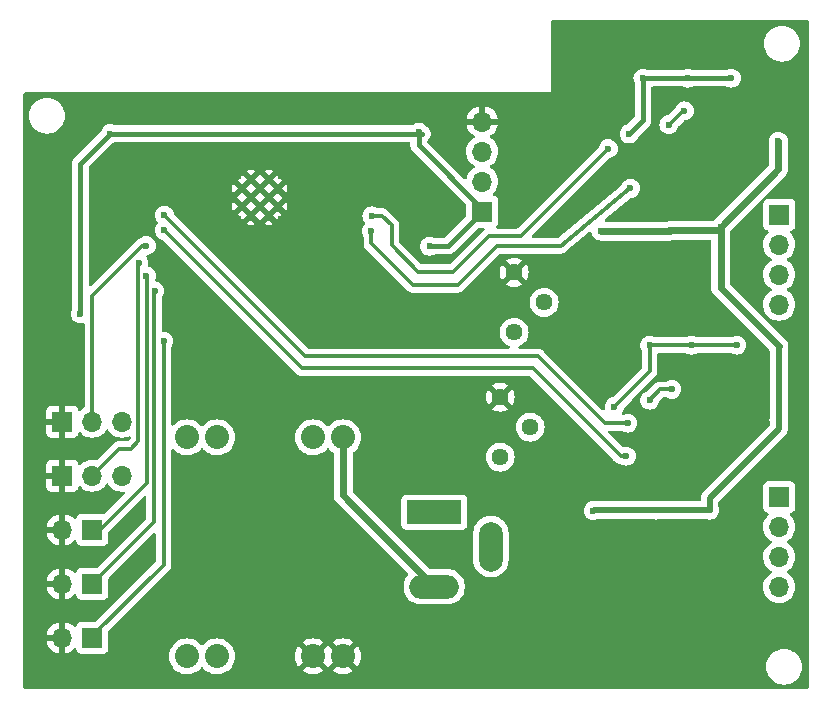
<source format=gbr>
%TF.GenerationSoftware,KiCad,Pcbnew,7.0.1*%
%TF.CreationDate,2023-04-20T17:16:14+02:00*%
%TF.ProjectId,PCB_evenwicht,5043425f-6576-4656-9e77-696368742e6b,rev?*%
%TF.SameCoordinates,Original*%
%TF.FileFunction,Copper,L2,Bot*%
%TF.FilePolarity,Positive*%
%FSLAX46Y46*%
G04 Gerber Fmt 4.6, Leading zero omitted, Abs format (unit mm)*
G04 Created by KiCad (PCBNEW 7.0.1) date 2023-04-20 17:16:14*
%MOMM*%
%LPD*%
G01*
G04 APERTURE LIST*
%TA.AperFunction,HeatsinkPad*%
%ADD10C,0.600000*%
%TD*%
%TA.AperFunction,ComponentPad*%
%ADD11R,1.700000X1.700000*%
%TD*%
%TA.AperFunction,ComponentPad*%
%ADD12O,1.700000X1.700000*%
%TD*%
%TA.AperFunction,ComponentPad*%
%ADD13C,2.032000*%
%TD*%
%TA.AperFunction,ComponentPad*%
%ADD14C,1.440000*%
%TD*%
%TA.AperFunction,ComponentPad*%
%ADD15R,4.600000X2.000000*%
%TD*%
%TA.AperFunction,ComponentPad*%
%ADD16O,4.200000X2.000000*%
%TD*%
%TA.AperFunction,ComponentPad*%
%ADD17O,2.000000X4.200000*%
%TD*%
%TA.AperFunction,ViaPad*%
%ADD18C,0.600000*%
%TD*%
%TA.AperFunction,Conductor*%
%ADD19C,0.300000*%
%TD*%
%TA.AperFunction,Conductor*%
%ADD20C,0.400000*%
%TD*%
%TA.AperFunction,Conductor*%
%ADD21C,0.200000*%
%TD*%
%TA.AperFunction,Conductor*%
%ADD22C,0.500000*%
%TD*%
%TA.AperFunction,Conductor*%
%ADD23C,0.600000*%
%TD*%
G04 APERTURE END LIST*
D10*
%TO.P,U1,39,GND*%
%TO.N,GND*%
X122890000Y-60512500D03*
X122890000Y-62037500D03*
X123652500Y-59750000D03*
X123652500Y-61275000D03*
X123652500Y-62800000D03*
X124415000Y-60512500D03*
X124415000Y-62037500D03*
X125177500Y-59750000D03*
X125177500Y-61275000D03*
X125177500Y-62800000D03*
X125940000Y-60512500D03*
X125940000Y-62037500D03*
%TD*%
D11*
%TO.P,J8,1,Pin_1*%
%TO.N,GND*%
X107696000Y-80264000D03*
D12*
%TO.P,J8,2,Pin_2*%
%TO.N,A8*%
X110236000Y-80264000D03*
%TO.P,J8,3,Pin_3*%
%TO.N,+3.3V*%
X112776000Y-80264000D03*
%TD*%
D13*
%TO.P,U3,1,IN-*%
%TO.N,Net-(J1-Pad2)*%
X131470400Y-81584800D03*
%TO.P,U3,2,IN-*%
X128930400Y-81584800D03*
%TO.P,U3,3,IN+*%
%TO.N,Vmot*%
X120802400Y-81584800D03*
%TO.P,U3,4,IN+*%
X118262400Y-81584800D03*
%TO.P,U3,5,OUT+*%
%TO.N,VDD*%
X118262400Y-100126800D03*
%TO.P,U3,6,OUT+*%
X120802400Y-100126800D03*
%TO.P,U3,7,OUT-*%
%TO.N,GND*%
X128930400Y-100126800D03*
%TO.P,U3,8,OUT-*%
X131470400Y-100126800D03*
%TD*%
D11*
%TO.P,J4,1,Pin_1*%
%TO.N,Net-(IC1-OUT2B)*%
X168402000Y-62738000D03*
D12*
%TO.P,J4,2,Pin_2*%
%TO.N,Net-(IC1-OUT2A)*%
X168402000Y-65278000D03*
%TO.P,J4,3,Pin_3*%
%TO.N,Net-(IC1-OUT1A)*%
X168402000Y-67818000D03*
%TO.P,J4,4,Pin_4*%
%TO.N,Net-(IC1-OUT1B)*%
X168402000Y-70358000D03*
%TD*%
D11*
%TO.P,J2,1,Pin_1*%
%TO.N,+3.3V*%
X143256000Y-62484000D03*
D12*
%TO.P,J2,2,Pin_2*%
%TO.N,RX0*%
X143256000Y-59944000D03*
%TO.P,J2,3,Pin_3*%
%TO.N,TX0*%
X143256000Y-57404000D03*
%TO.P,J2,4,Pin_4*%
%TO.N,GND*%
X143256000Y-54864000D03*
%TD*%
D14*
%TO.P,RV2,1,1*%
%TO.N,+3.3V*%
X144780000Y-83261200D03*
%TO.P,RV2,2,2*%
%TO.N,Net-(IC2-REF)*%
X147320000Y-80721200D03*
%TO.P,RV2,3,3*%
%TO.N,GND*%
X144780000Y-78181200D03*
%TD*%
%TO.P,RV1,1,1*%
%TO.N,+3.3V*%
X145948400Y-72694800D03*
%TO.P,RV1,2,2*%
%TO.N,Net-(IC1-REF)*%
X148488400Y-70154800D03*
%TO.P,RV1,3,3*%
%TO.N,GND*%
X145948400Y-67614800D03*
%TD*%
D11*
%TO.P,J7,1,Pin_1*%
%TO.N,GPIO27*%
X110236000Y-89408000D03*
D12*
%TO.P,J7,2,Pin_2*%
%TO.N,GND*%
X107696000Y-89408000D03*
%TD*%
D11*
%TO.P,J3,1,Pin_1*%
%TO.N,GPIO14*%
X110241000Y-93980000D03*
D12*
%TO.P,J3,2,Pin_2*%
%TO.N,GND*%
X107701000Y-93980000D03*
%TD*%
D11*
%TO.P,J6,1,Pin_1*%
%TO.N,Net-(IC2-OUT2B)*%
X168402000Y-86624000D03*
D12*
%TO.P,J6,2,Pin_2*%
%TO.N,Net-(IC2-OUT2A)*%
X168402000Y-89164000D03*
%TO.P,J6,3,Pin_3*%
%TO.N,Net-(IC2-OUT1A)*%
X168402000Y-91704000D03*
%TO.P,J6,4,Pin_4*%
%TO.N,Net-(IC2-OUT1B)*%
X168402000Y-94244000D03*
%TD*%
D11*
%TO.P,J9,1,Pin_1*%
%TO.N,GPIO12*%
X110241000Y-98552000D03*
D12*
%TO.P,J9,2,Pin_2*%
%TO.N,GND*%
X107701000Y-98552000D03*
%TD*%
D11*
%TO.P,J5,1,Pin_1*%
%TO.N,GND*%
X107696000Y-84836000D03*
D12*
%TO.P,J5,2,Pin_2*%
%TO.N,A9*%
X110236000Y-84836000D03*
%TO.P,J5,3,Pin_3*%
%TO.N,+3.3V*%
X112776000Y-84836000D03*
%TD*%
D15*
%TO.P,J1,1*%
%TO.N,Vmot*%
X139192000Y-87934000D03*
D16*
%TO.P,J1,2*%
%TO.N,Net-(J1-Pad2)*%
X139192000Y-94234000D03*
D17*
%TO.P,J1,3*%
%TO.N,N/C*%
X143992000Y-90834000D03*
%TD*%
D18*
%TO.N,+3.3V*%
X159308800Y-77520800D03*
X159054800Y-55118000D03*
X155702000Y-55901500D03*
X160981000Y-73787000D03*
X138795000Y-65405000D03*
X160375600Y-53949600D03*
X157425000Y-73787000D03*
X156866900Y-51176100D03*
X154432000Y-78994000D03*
X164811000Y-73787002D03*
X137871200Y-55743600D03*
X157429200Y-78435200D03*
X109220000Y-71120000D03*
X164337998Y-51176100D03*
X111760000Y-55880000D03*
X160676900Y-51176100D03*
%TO.N,GND*%
X157099000Y-65913000D03*
X161340800Y-57708800D03*
X152908000Y-82651600D03*
X160528000Y-81889600D03*
X160731200Y-58318400D03*
X150571200Y-50952400D03*
X164998400Y-59131200D03*
X161137600Y-82499200D03*
X147523200Y-55575200D03*
X159918400Y-82499200D03*
X161950400Y-57708800D03*
X160528000Y-82499200D03*
X154838400Y-59283600D03*
X157628900Y-55494100D03*
X161340800Y-58318400D03*
X150114000Y-100228400D03*
X160731200Y-57708800D03*
X164541200Y-89255600D03*
X155917000Y-91058998D03*
X161137600Y-81280000D03*
X159918400Y-81889600D03*
X113741200Y-63296800D03*
X160731200Y-58928000D03*
X161950400Y-58318400D03*
X160528000Y-81280000D03*
X159406900Y-53208100D03*
X151892000Y-71780400D03*
X165524400Y-63754002D03*
X167233600Y-51511200D03*
X161950400Y-58928000D03*
X159918400Y-81280000D03*
X161137600Y-81889600D03*
X157171000Y-85725000D03*
X161340800Y-58928000D03*
%TO.N,A4*%
X155575000Y-80391000D03*
X116332000Y-62788800D03*
%TO.N,A5*%
X155448000Y-83185000D03*
X116332000Y-64058800D03*
%TO.N,A8*%
X114807998Y-65365002D03*
%TO.N,A9*%
X114173000Y-66802000D03*
%TO.N,GPIO27*%
X114808000Y-67920868D03*
%TO.N,GPIO14*%
X115508300Y-69189600D03*
%TO.N,GPIO12*%
X116281200Y-73456800D03*
%TO.N,GPIO18*%
X133858000Y-64109600D03*
X155803600Y-60502800D03*
%TO.N,GPIO19*%
X133908800Y-62839600D03*
X153924000Y-57150000D03*
%TO.N,Vmot*%
X152654000Y-87795500D03*
X163449400Y-63754000D03*
X168318400Y-56510100D03*
X153310900Y-64091600D03*
X159203700Y-64053900D03*
X168363502Y-80113000D03*
X162505000Y-87757000D03*
X157954500Y-87757000D03*
%TD*%
D19*
%TO.N,+3.3V*%
X160223200Y-53949600D02*
X159054800Y-55118000D01*
X157425000Y-76001000D02*
X157425000Y-73787000D01*
D20*
X160676900Y-51176100D02*
X164338000Y-51176100D01*
D19*
X154432000Y-78994000D02*
X157425000Y-76001000D01*
D20*
X137871200Y-55743600D02*
X137871200Y-56861200D01*
X137871200Y-56861200D02*
X143256000Y-62246000D01*
D19*
X160981000Y-73787000D02*
X157425000Y-73787000D01*
D20*
X111760000Y-55880000D02*
X109220000Y-58420000D01*
X156866900Y-51176100D02*
X156866900Y-54736600D01*
X138795000Y-65405000D02*
X140335000Y-65405000D01*
X140335000Y-65405000D02*
X143256000Y-62484000D01*
X156866900Y-54736600D02*
X155702000Y-55901500D01*
X143256000Y-62246000D02*
X143256000Y-62484000D01*
X160676900Y-51176100D02*
X156866900Y-51176100D01*
X138176000Y-55880000D02*
X111760000Y-55880000D01*
D19*
X158343600Y-77520800D02*
X159308800Y-77520800D01*
X160981000Y-73787000D02*
X164810998Y-73787000D01*
X160375600Y-53949600D02*
X160223200Y-53949600D01*
X157429200Y-78435200D02*
X158343600Y-77520800D01*
D21*
X164810998Y-73787000D02*
X164811000Y-73787002D01*
D20*
X109220000Y-58420000D02*
X109220000Y-71120000D01*
D19*
%TO.N,A4*%
X147980400Y-74726800D02*
X153644600Y-80391000D01*
X128270000Y-74726800D02*
X147980400Y-74726800D01*
X116332000Y-62788800D02*
X128270000Y-74726800D01*
X153644600Y-80391000D02*
X155575000Y-80391000D01*
%TO.N,A5*%
X155448000Y-83185000D02*
X154965400Y-83185000D01*
X154965400Y-83185000D02*
X147523200Y-75742800D01*
X147523200Y-75742800D02*
X128016000Y-75742800D01*
X128016000Y-75742800D02*
X116332000Y-64058800D01*
%TO.N,A8*%
X110236000Y-80264000D02*
X110236000Y-69596000D01*
D21*
X114720998Y-65365002D02*
X114807998Y-65365002D01*
D19*
X110236000Y-69596000D02*
X114466998Y-65365002D01*
X114466998Y-65365002D02*
X114720998Y-65365002D01*
%TO.N,A9*%
X114147600Y-66827400D02*
X114173000Y-66802000D01*
X114147600Y-81940400D02*
X114147600Y-66827400D01*
X112522000Y-82550000D02*
X113538000Y-82550000D01*
X113538000Y-82550000D02*
X114147600Y-81940400D01*
X110236000Y-84836000D02*
X112522000Y-82550000D01*
%TO.N,GPIO27*%
X114808000Y-67920868D02*
X114858800Y-67971668D01*
X114858800Y-67971668D02*
X114858800Y-85420200D01*
D21*
X110871000Y-89408000D02*
X110236000Y-89408000D01*
D19*
X114858800Y-85420200D02*
X110871000Y-89408000D01*
%TO.N,GPIO14*%
X115468400Y-88747600D02*
X115468400Y-69229500D01*
X110241000Y-93975000D02*
X115468400Y-88747600D01*
X115468400Y-69229500D02*
X115508300Y-69189600D01*
D21*
X110241000Y-93980000D02*
X110241000Y-93975000D01*
D19*
%TO.N,GPIO12*%
X116281200Y-73456800D02*
X116281200Y-92379800D01*
X116281200Y-92379800D02*
X110241000Y-98420000D01*
%TO.N,GPIO18*%
X141173200Y-68681600D02*
X137363200Y-68681600D01*
X144475200Y-65379600D02*
X141173200Y-68681600D01*
X155803600Y-60502800D02*
X149885400Y-65379600D01*
X149885400Y-65379600D02*
X144475200Y-65379600D01*
X137363200Y-68681600D02*
X133858000Y-65176400D01*
X133858000Y-65176400D02*
X133858000Y-64109600D01*
%TO.N,GPIO19*%
X140817600Y-67564000D02*
X143814800Y-64566800D01*
X135585200Y-63652400D02*
X135585200Y-65328800D01*
X137820400Y-67564000D02*
X140817600Y-67564000D01*
X135585200Y-65328800D02*
X137820400Y-67564000D01*
X146507200Y-64566800D02*
X153924000Y-57150000D01*
X134772400Y-62839600D02*
X135585200Y-63652400D01*
X143814800Y-64566800D02*
X146507200Y-64566800D01*
X133908800Y-62839600D02*
X134772400Y-62839600D01*
D22*
%TO.N,Vmot*%
X157954500Y-87757000D02*
X162505000Y-87757000D01*
D23*
X163449400Y-63754000D02*
X168318400Y-58885000D01*
X163449400Y-68961400D02*
X163449400Y-63754000D01*
D22*
X168363502Y-80874998D02*
X168363502Y-80113000D01*
D20*
X152692500Y-87757000D02*
X152654000Y-87795500D01*
D21*
X153310900Y-64091600D02*
X153349400Y-64130100D01*
D23*
X168363502Y-73875502D02*
X163449400Y-68961400D01*
D21*
X159127500Y-64130100D02*
X159203700Y-64053900D01*
D23*
X168318400Y-58885000D02*
X168318400Y-56510100D01*
X153349400Y-64130100D02*
X159127500Y-64130100D01*
D22*
X162505000Y-86733500D02*
X168363502Y-80874998D01*
X157954500Y-87757000D02*
X152692500Y-87757000D01*
D21*
X163449400Y-63754000D02*
X163293100Y-64053900D01*
D23*
X163293100Y-64053900D02*
X159203700Y-64053900D01*
D22*
X162505000Y-87757000D02*
X162505000Y-86733500D01*
X168363502Y-80113000D02*
X168363502Y-73875502D01*
D23*
%TO.N,Net-(J1-Pad2)*%
X131470400Y-86512400D02*
X139192000Y-94234000D01*
X131470400Y-81584800D02*
X131470400Y-86512400D01*
%TD*%
%TA.AperFunction,Conductor*%
%TO.N,GND*%
G36*
X170869500Y-46255113D02*
G01*
X170914887Y-46300500D01*
X170931500Y-46362500D01*
X170931500Y-102735500D01*
X170914887Y-102797500D01*
X170869500Y-102842887D01*
X170807500Y-102859500D01*
X104528500Y-102859500D01*
X104466500Y-102842887D01*
X104421113Y-102797500D01*
X104404500Y-102735500D01*
X104404500Y-100126800D01*
X116741211Y-100126800D01*
X116759939Y-100364767D01*
X116815662Y-100596873D01*
X116907009Y-100817401D01*
X117031734Y-101020935D01*
X117093273Y-101092988D01*
X117186757Y-101202443D01*
X117368268Y-101357468D01*
X117571795Y-101482189D01*
X117579581Y-101485414D01*
X117792326Y-101573537D01*
X117865654Y-101591141D01*
X118024434Y-101629261D01*
X118262400Y-101647989D01*
X118500366Y-101629261D01*
X118732473Y-101573537D01*
X118953005Y-101482189D01*
X119156532Y-101357468D01*
X119338043Y-101202443D01*
X119438111Y-101085277D01*
X119480486Y-101053201D01*
X119532400Y-101041811D01*
X119584314Y-101053201D01*
X119626688Y-101085277D01*
X119726757Y-101202443D01*
X119908268Y-101357468D01*
X120111795Y-101482189D01*
X120119581Y-101485414D01*
X120332326Y-101573537D01*
X120405654Y-101591141D01*
X120564434Y-101629261D01*
X120802400Y-101647989D01*
X121040366Y-101629261D01*
X121272473Y-101573537D01*
X121493005Y-101482189D01*
X121686576Y-101363569D01*
X128047182Y-101363569D01*
X128240020Y-101481741D01*
X128460481Y-101573060D01*
X128692510Y-101628765D01*
X128930400Y-101647487D01*
X129168289Y-101628765D01*
X129400318Y-101573060D01*
X129620779Y-101481742D01*
X129813615Y-101363570D01*
X129813616Y-101363569D01*
X130587182Y-101363569D01*
X130780020Y-101481741D01*
X131000481Y-101573060D01*
X131232510Y-101628765D01*
X131470400Y-101647487D01*
X131708289Y-101628765D01*
X131940318Y-101573060D01*
X132160779Y-101481742D01*
X132353615Y-101363570D01*
X132353616Y-101363569D01*
X132007247Y-101017200D01*
X167293229Y-101017200D01*
X167311883Y-101254226D01*
X167367386Y-101485414D01*
X167424763Y-101623932D01*
X167458373Y-101705073D01*
X167458374Y-101705074D01*
X167582602Y-101907797D01*
X167737011Y-102088588D01*
X167917802Y-102242997D01*
X167917804Y-102242998D01*
X167917805Y-102242999D01*
X168120527Y-102367227D01*
X168282808Y-102434446D01*
X168340185Y-102458213D01*
X168413224Y-102475748D01*
X168571375Y-102513717D01*
X168808400Y-102532371D01*
X169045425Y-102513717D01*
X169276614Y-102458213D01*
X169496273Y-102367227D01*
X169698995Y-102242999D01*
X169879788Y-102088588D01*
X170034199Y-101907795D01*
X170158427Y-101705073D01*
X170249413Y-101485414D01*
X170304917Y-101254225D01*
X170323571Y-101017200D01*
X170304917Y-100780175D01*
X170249413Y-100548986D01*
X170243023Y-100533560D01*
X170220984Y-100480353D01*
X170158427Y-100329327D01*
X170034199Y-100126605D01*
X170034198Y-100126604D01*
X170034197Y-100126602D01*
X169879788Y-99945811D01*
X169698997Y-99791402D01*
X169591617Y-99725600D01*
X169496273Y-99667173D01*
X169415132Y-99633563D01*
X169276614Y-99576186D01*
X169045426Y-99520683D01*
X168808400Y-99502029D01*
X168571373Y-99520683D01*
X168340185Y-99576186D01*
X168120525Y-99667174D01*
X167917802Y-99791402D01*
X167737011Y-99945811D01*
X167582602Y-100126602D01*
X167458374Y-100329325D01*
X167367386Y-100548985D01*
X167311883Y-100780173D01*
X167293229Y-101017200D01*
X132007247Y-101017200D01*
X131470401Y-100480353D01*
X131470400Y-100480353D01*
X130587182Y-101363569D01*
X129813616Y-101363569D01*
X128930401Y-100480353D01*
X128930400Y-100480353D01*
X128047182Y-101363569D01*
X121686576Y-101363569D01*
X121696532Y-101357468D01*
X121878043Y-101202443D01*
X122033068Y-101020932D01*
X122157789Y-100817405D01*
X122249137Y-100596873D01*
X122304861Y-100364766D01*
X122323589Y-100126800D01*
X127409712Y-100126800D01*
X127428434Y-100364689D01*
X127484139Y-100596718D01*
X127575458Y-100817179D01*
X127693629Y-101010016D01*
X128576846Y-100126801D01*
X129283953Y-100126801D01*
X130167169Y-101010015D01*
X130185826Y-101007807D01*
X130214976Y-101007808D01*
X130233629Y-101010016D01*
X131116846Y-100126801D01*
X131823953Y-100126801D01*
X132707169Y-101010016D01*
X132707170Y-101010015D01*
X132825342Y-100817179D01*
X132916660Y-100596718D01*
X132972365Y-100364689D01*
X132991087Y-100126800D01*
X132972365Y-99888910D01*
X132916660Y-99656881D01*
X132825341Y-99436420D01*
X132707169Y-99243582D01*
X131823953Y-100126800D01*
X131823953Y-100126801D01*
X131116846Y-100126801D01*
X131116846Y-100126800D01*
X130233629Y-99243582D01*
X130214974Y-99245791D01*
X130185827Y-99245791D01*
X130167169Y-99243583D01*
X129283953Y-100126800D01*
X129283953Y-100126801D01*
X128576846Y-100126801D01*
X128576846Y-100126800D01*
X127693629Y-99243582D01*
X127575455Y-99436422D01*
X127484140Y-99656878D01*
X127428434Y-99888910D01*
X127409712Y-100126800D01*
X122323589Y-100126800D01*
X122304861Y-99888834D01*
X122249137Y-99656727D01*
X122244002Y-99644331D01*
X122188146Y-99509483D01*
X122157789Y-99436195D01*
X122033068Y-99232668D01*
X122030427Y-99229576D01*
X121978110Y-99168320D01*
X121878043Y-99051157D01*
X121768588Y-98957673D01*
X121696535Y-98896134D01*
X121696532Y-98896132D01*
X121686573Y-98890029D01*
X128047182Y-98890029D01*
X128930400Y-99773246D01*
X128930401Y-99773246D01*
X129813616Y-98890029D01*
X130587182Y-98890029D01*
X131470400Y-99773246D01*
X131470401Y-99773246D01*
X132353616Y-98890029D01*
X132160779Y-98771858D01*
X131940318Y-98680539D01*
X131708289Y-98624834D01*
X131470400Y-98606112D01*
X131232510Y-98624834D01*
X131000478Y-98680540D01*
X130780022Y-98771855D01*
X130587182Y-98890029D01*
X129813616Y-98890029D01*
X129620779Y-98771858D01*
X129400318Y-98680539D01*
X129168289Y-98624834D01*
X128930400Y-98606112D01*
X128692510Y-98624834D01*
X128460478Y-98680540D01*
X128240022Y-98771855D01*
X128047182Y-98890029D01*
X121686573Y-98890029D01*
X121493005Y-98771411D01*
X121493002Y-98771410D01*
X121493001Y-98771409D01*
X121272473Y-98680062D01*
X121040367Y-98624339D01*
X120802400Y-98605611D01*
X120564432Y-98624339D01*
X120332326Y-98680062D01*
X120111798Y-98771409D01*
X119908264Y-98896134D01*
X119726757Y-99051157D01*
X119626690Y-99168320D01*
X119584314Y-99200398D01*
X119532400Y-99211788D01*
X119480486Y-99200398D01*
X119438110Y-99168320D01*
X119411083Y-99136676D01*
X119338043Y-99051157D01*
X119228588Y-98957673D01*
X119156535Y-98896134D01*
X119156532Y-98896132D01*
X118953005Y-98771411D01*
X118953002Y-98771410D01*
X118953001Y-98771409D01*
X118732473Y-98680062D01*
X118500367Y-98624339D01*
X118262400Y-98605611D01*
X118024432Y-98624339D01*
X117792326Y-98680062D01*
X117571798Y-98771409D01*
X117368264Y-98896134D01*
X117186757Y-99051157D01*
X117031734Y-99232664D01*
X116907009Y-99436198D01*
X116815662Y-99656726D01*
X116759939Y-99888832D01*
X116741211Y-100126800D01*
X104404500Y-100126800D01*
X104404500Y-98802000D01*
X106370364Y-98802000D01*
X106427569Y-99015492D01*
X106527399Y-99229576D01*
X106662893Y-99423081D01*
X106829918Y-99590106D01*
X107023423Y-99725600D01*
X107237507Y-99825430D01*
X107450999Y-99882635D01*
X107451000Y-99882636D01*
X107451000Y-98802000D01*
X106370364Y-98802000D01*
X104404500Y-98802000D01*
X104404500Y-98302000D01*
X106370364Y-98302000D01*
X107451000Y-98302000D01*
X107451000Y-97221364D01*
X107450999Y-97221364D01*
X107237507Y-97278569D01*
X107023421Y-97378400D01*
X106829921Y-97513890D01*
X106662890Y-97680921D01*
X106527400Y-97874421D01*
X106427569Y-98088507D01*
X106370364Y-98301999D01*
X106370364Y-98302000D01*
X104404500Y-98302000D01*
X104404500Y-94230000D01*
X106370364Y-94230000D01*
X106427569Y-94443492D01*
X106527399Y-94657576D01*
X106662893Y-94851081D01*
X106829918Y-95018106D01*
X107023423Y-95153600D01*
X107237507Y-95253430D01*
X107450999Y-95310635D01*
X107451000Y-95310636D01*
X107451000Y-94230000D01*
X106370364Y-94230000D01*
X104404500Y-94230000D01*
X104404500Y-93730000D01*
X106370364Y-93730000D01*
X107451000Y-93730000D01*
X107451000Y-92649364D01*
X107450999Y-92649364D01*
X107237507Y-92706569D01*
X107023421Y-92806400D01*
X106829921Y-92941890D01*
X106662890Y-93108921D01*
X106527400Y-93302421D01*
X106427569Y-93516507D01*
X106370364Y-93729999D01*
X106370364Y-93730000D01*
X104404500Y-93730000D01*
X104404500Y-89658000D01*
X106365364Y-89658000D01*
X106422569Y-89871492D01*
X106522399Y-90085576D01*
X106657893Y-90279081D01*
X106824918Y-90446106D01*
X107018423Y-90581600D01*
X107232507Y-90681430D01*
X107445999Y-90738635D01*
X107446000Y-90738636D01*
X107446000Y-90738635D01*
X107946000Y-90738635D01*
X108159492Y-90681430D01*
X108373576Y-90581600D01*
X108567077Y-90446109D01*
X108689133Y-90324053D01*
X108741880Y-90292757D01*
X108803173Y-90290568D01*
X108858018Y-90318021D01*
X108892996Y-90368399D01*
X108942204Y-90500331D01*
X109028454Y-90615546D01*
X109143669Y-90701796D01*
X109278517Y-90752091D01*
X109338127Y-90758500D01*
X111133872Y-90758499D01*
X111193483Y-90752091D01*
X111328331Y-90701796D01*
X111443546Y-90615546D01*
X111529796Y-90500331D01*
X111580091Y-90365483D01*
X111586500Y-90305873D01*
X111586499Y-89663806D01*
X111595938Y-89616354D01*
X111622815Y-89576129D01*
X114606218Y-86592727D01*
X114655582Y-86562477D01*
X114713298Y-86557935D01*
X114766785Y-86580090D01*
X114804385Y-86624113D01*
X114817900Y-86680408D01*
X114817900Y-88426792D01*
X114808461Y-88474245D01*
X114781581Y-88514473D01*
X110702871Y-92593181D01*
X110662643Y-92620061D01*
X110615190Y-92629500D01*
X109343130Y-92629500D01*
X109283515Y-92635909D01*
X109148669Y-92686204D01*
X109033454Y-92772454D01*
X108947204Y-92887669D01*
X108897997Y-93019599D01*
X108863018Y-93069978D01*
X108808173Y-93097431D01*
X108746880Y-93095242D01*
X108694134Y-93063946D01*
X108572081Y-92941893D01*
X108378576Y-92806399D01*
X108164492Y-92706569D01*
X107951000Y-92649364D01*
X107951000Y-95310635D01*
X108164492Y-95253430D01*
X108378576Y-95153600D01*
X108572077Y-95018109D01*
X108694133Y-94896053D01*
X108746880Y-94864757D01*
X108808173Y-94862568D01*
X108863018Y-94890021D01*
X108897996Y-94940399D01*
X108947204Y-95072331D01*
X109033454Y-95187546D01*
X109148669Y-95273796D01*
X109283517Y-95324091D01*
X109343127Y-95330500D01*
X111138872Y-95330499D01*
X111198483Y-95324091D01*
X111333331Y-95273796D01*
X111448546Y-95187546D01*
X111534796Y-95072331D01*
X111585091Y-94937483D01*
X111591500Y-94877873D01*
X111591499Y-93595806D01*
X111600938Y-93548354D01*
X111627815Y-93508129D01*
X115419018Y-89716927D01*
X115468382Y-89686677D01*
X115526098Y-89682135D01*
X115579585Y-89704290D01*
X115617185Y-89748313D01*
X115630700Y-89804608D01*
X115630700Y-92058992D01*
X115621261Y-92106445D01*
X115594381Y-92146673D01*
X110575871Y-97165181D01*
X110535643Y-97192061D01*
X110488190Y-97201500D01*
X109343130Y-97201500D01*
X109283515Y-97207909D01*
X109148669Y-97258204D01*
X109033454Y-97344454D01*
X108947204Y-97459669D01*
X108897997Y-97591599D01*
X108863018Y-97641978D01*
X108808173Y-97669431D01*
X108746880Y-97667242D01*
X108694134Y-97635946D01*
X108572081Y-97513893D01*
X108378576Y-97378399D01*
X108164492Y-97278569D01*
X107951000Y-97221364D01*
X107951000Y-99882635D01*
X108164492Y-99825430D01*
X108378576Y-99725600D01*
X108572077Y-99590109D01*
X108694133Y-99468053D01*
X108746880Y-99436757D01*
X108808173Y-99434568D01*
X108863018Y-99462021D01*
X108897996Y-99512399D01*
X108947204Y-99644331D01*
X109033454Y-99759546D01*
X109148669Y-99845796D01*
X109283517Y-99896091D01*
X109343127Y-99902500D01*
X111138872Y-99902499D01*
X111198483Y-99896091D01*
X111333331Y-99845796D01*
X111448546Y-99759546D01*
X111534796Y-99644331D01*
X111585091Y-99509483D01*
X111591500Y-99449873D01*
X111591499Y-98040806D01*
X111600938Y-97993354D01*
X111627816Y-97953128D01*
X116680710Y-92900233D01*
X116697364Y-92886892D01*
X116699137Y-92885003D01*
X116699140Y-92885002D01*
X116747113Y-92833914D01*
X116749761Y-92831182D01*
X116770111Y-92810834D01*
X116772815Y-92807346D01*
X116780384Y-92798484D01*
X116811648Y-92765193D01*
X116821869Y-92746599D01*
X116832555Y-92730332D01*
X116845561Y-92713565D01*
X116845563Y-92713563D01*
X116863698Y-92671652D01*
X116868833Y-92661174D01*
X116890826Y-92621170D01*
X116896103Y-92600615D01*
X116902408Y-92582199D01*
X116910836Y-92562726D01*
X116917978Y-92517624D01*
X116920343Y-92506205D01*
X116931700Y-92461977D01*
X116931700Y-92440755D01*
X116933227Y-92421356D01*
X116936547Y-92400395D01*
X116932250Y-92354939D01*
X116931700Y-92343270D01*
X116931700Y-82697926D01*
X116946113Y-82639903D01*
X116986001Y-82595368D01*
X117042093Y-82574675D01*
X117101347Y-82582634D01*
X117149989Y-82617393D01*
X117186757Y-82660443D01*
X117314910Y-82769896D01*
X117349742Y-82799646D01*
X117368268Y-82815468D01*
X117571795Y-82940189D01*
X117576865Y-82942289D01*
X117792326Y-83031537D01*
X117853286Y-83046172D01*
X118024434Y-83087261D01*
X118262400Y-83105989D01*
X118500366Y-83087261D01*
X118732473Y-83031537D01*
X118953005Y-82940189D01*
X119156532Y-82815468D01*
X119338043Y-82660443D01*
X119438111Y-82543277D01*
X119480486Y-82511201D01*
X119532400Y-82499811D01*
X119584314Y-82511201D01*
X119626688Y-82543277D01*
X119726757Y-82660443D01*
X119854910Y-82769896D01*
X119889742Y-82799646D01*
X119908268Y-82815468D01*
X120111795Y-82940189D01*
X120116865Y-82942289D01*
X120332326Y-83031537D01*
X120393286Y-83046172D01*
X120564434Y-83087261D01*
X120802400Y-83105989D01*
X121040366Y-83087261D01*
X121272473Y-83031537D01*
X121493005Y-82940189D01*
X121696532Y-82815468D01*
X121878043Y-82660443D01*
X122033068Y-82478932D01*
X122157789Y-82275405D01*
X122249137Y-82054873D01*
X122304861Y-81822766D01*
X122323589Y-81584800D01*
X127409211Y-81584800D01*
X127427939Y-81822767D01*
X127483662Y-82054873D01*
X127543851Y-82200179D01*
X127575011Y-82275405D01*
X127664534Y-82421494D01*
X127699734Y-82478935D01*
X127761273Y-82550988D01*
X127854757Y-82660443D01*
X127982910Y-82769896D01*
X128017742Y-82799646D01*
X128036268Y-82815468D01*
X128239795Y-82940189D01*
X128244865Y-82942289D01*
X128460326Y-83031537D01*
X128521286Y-83046172D01*
X128692434Y-83087261D01*
X128930400Y-83105989D01*
X129168366Y-83087261D01*
X129400473Y-83031537D01*
X129621005Y-82940189D01*
X129824532Y-82815468D01*
X130006043Y-82660443D01*
X130106111Y-82543277D01*
X130148486Y-82511201D01*
X130200400Y-82499811D01*
X130252314Y-82511201D01*
X130294688Y-82543277D01*
X130394757Y-82660443D01*
X130576268Y-82815468D01*
X130606528Y-82834011D01*
X130610690Y-82836562D01*
X130654090Y-82881700D01*
X130669900Y-82942289D01*
X130669900Y-86602596D01*
X130678417Y-86639918D01*
X130680745Y-86653619D01*
X130685031Y-86691652D01*
X130697672Y-86727780D01*
X130701519Y-86741136D01*
X130710038Y-86778458D01*
X130726650Y-86812953D01*
X130731970Y-86825798D01*
X130744609Y-86861920D01*
X130755170Y-86878727D01*
X130764976Y-86894333D01*
X130771698Y-86906495D01*
X130788308Y-86940986D01*
X130812172Y-86970910D01*
X130820218Y-86982250D01*
X130840584Y-87014662D01*
X136931304Y-93105382D01*
X136961969Y-93156047D01*
X136965639Y-93215156D01*
X136941477Y-93269225D01*
X136831527Y-93410489D01*
X136713170Y-93629194D01*
X136632429Y-93864384D01*
X136591500Y-94109665D01*
X136591500Y-94358335D01*
X136632429Y-94603615D01*
X136668149Y-94707663D01*
X136713172Y-94838810D01*
X136810204Y-95018109D01*
X136831529Y-95057514D01*
X136932737Y-95187545D01*
X136984262Y-95253744D01*
X137167215Y-95422164D01*
X137375393Y-95558173D01*
X137603119Y-95658063D01*
X137844179Y-95719108D01*
X137918480Y-95725264D01*
X138029927Y-95734500D01*
X138029933Y-95734500D01*
X140354067Y-95734500D01*
X140354073Y-95734500D01*
X140455387Y-95726104D01*
X140539821Y-95719108D01*
X140780881Y-95658063D01*
X141008607Y-95558173D01*
X141216785Y-95422164D01*
X141399738Y-95253744D01*
X141552474Y-95057509D01*
X141670828Y-94838810D01*
X141751571Y-94603614D01*
X141792500Y-94358335D01*
X141792500Y-94243999D01*
X167046340Y-94243999D01*
X167066936Y-94479407D01*
X167100217Y-94603614D01*
X167128097Y-94707663D01*
X167227965Y-94921830D01*
X167363505Y-95115401D01*
X167530599Y-95282495D01*
X167724170Y-95418035D01*
X167938337Y-95517903D01*
X168166592Y-95579063D01*
X168402000Y-95599659D01*
X168637408Y-95579063D01*
X168865663Y-95517903D01*
X169079830Y-95418035D01*
X169273401Y-95282495D01*
X169440495Y-95115401D01*
X169576035Y-94921830D01*
X169675903Y-94707663D01*
X169737063Y-94479408D01*
X169757659Y-94244000D01*
X169737063Y-94008592D01*
X169675903Y-93780337D01*
X169576035Y-93566171D01*
X169440495Y-93372599D01*
X169273401Y-93205505D01*
X169087839Y-93075573D01*
X169048975Y-93031257D01*
X169034964Y-92974000D01*
X169048975Y-92916743D01*
X169087839Y-92872426D01*
X169273401Y-92742495D01*
X169440495Y-92575401D01*
X169576035Y-92381830D01*
X169675903Y-92167663D01*
X169737063Y-91939408D01*
X169757659Y-91704000D01*
X169737063Y-91468592D01*
X169675903Y-91240337D01*
X169576035Y-91026171D01*
X169440495Y-90832599D01*
X169273401Y-90665505D01*
X169087839Y-90535573D01*
X169048976Y-90491257D01*
X169034965Y-90434000D01*
X169048976Y-90376743D01*
X169087839Y-90332426D01*
X169273401Y-90202495D01*
X169440495Y-90035401D01*
X169576035Y-89841830D01*
X169675903Y-89627663D01*
X169737063Y-89399408D01*
X169757659Y-89164000D01*
X169737063Y-88928592D01*
X169675903Y-88700337D01*
X169576035Y-88486171D01*
X169440495Y-88292599D01*
X169318569Y-88170673D01*
X169287273Y-88117927D01*
X169285084Y-88056634D01*
X169312537Y-88001789D01*
X169362916Y-87966810D01*
X169494331Y-87917796D01*
X169609546Y-87831546D01*
X169695796Y-87716331D01*
X169746091Y-87581483D01*
X169752500Y-87521873D01*
X169752499Y-85726128D01*
X169746091Y-85666517D01*
X169695796Y-85531669D01*
X169609546Y-85416454D01*
X169494331Y-85330204D01*
X169359483Y-85279909D01*
X169299873Y-85273500D01*
X169299869Y-85273500D01*
X167504130Y-85273500D01*
X167444515Y-85279909D01*
X167309669Y-85330204D01*
X167194454Y-85416454D01*
X167108204Y-85531668D01*
X167057909Y-85666515D01*
X167057909Y-85666517D01*
X167053514Y-85707401D01*
X167051500Y-85726130D01*
X167051500Y-87521869D01*
X167057507Y-87577745D01*
X167057909Y-87581483D01*
X167108204Y-87716331D01*
X167194454Y-87831546D01*
X167309669Y-87917796D01*
X167421907Y-87959658D01*
X167441082Y-87966810D01*
X167491462Y-88001789D01*
X167518915Y-88056634D01*
X167516726Y-88117926D01*
X167485431Y-88170673D01*
X167363503Y-88292601D01*
X167227965Y-88486170D01*
X167128097Y-88700336D01*
X167066936Y-88928592D01*
X167046340Y-89164000D01*
X167066936Y-89399407D01*
X167090187Y-89486179D01*
X167128097Y-89627663D01*
X167227965Y-89841830D01*
X167363505Y-90035401D01*
X167530599Y-90202495D01*
X167716160Y-90332426D01*
X167755024Y-90376743D01*
X167769035Y-90434000D01*
X167755024Y-90491257D01*
X167716159Y-90535575D01*
X167530595Y-90665508D01*
X167363505Y-90832598D01*
X167227965Y-91026170D01*
X167128097Y-91240336D01*
X167066936Y-91468592D01*
X167046340Y-91704000D01*
X167066936Y-91939407D01*
X167082120Y-91996073D01*
X167128097Y-92167663D01*
X167227965Y-92381830D01*
X167363505Y-92575401D01*
X167530599Y-92742495D01*
X167716160Y-92872426D01*
X167755024Y-92916743D01*
X167769035Y-92974000D01*
X167755024Y-93031257D01*
X167716159Y-93075575D01*
X167530595Y-93205508D01*
X167363505Y-93372598D01*
X167227965Y-93566170D01*
X167128097Y-93780336D01*
X167066936Y-94008592D01*
X167046340Y-94243999D01*
X141792500Y-94243999D01*
X141792500Y-94109665D01*
X141751571Y-93864386D01*
X141670828Y-93629190D01*
X141552474Y-93410491D01*
X141552471Y-93410487D01*
X141552470Y-93410485D01*
X141399740Y-93214259D01*
X141399738Y-93214256D01*
X141216785Y-93045836D01*
X141008607Y-92909827D01*
X141008604Y-92909825D01*
X140883523Y-92854960D01*
X140780881Y-92809937D01*
X140539821Y-92748892D01*
X140539819Y-92748891D01*
X140539816Y-92748891D01*
X140354073Y-92733500D01*
X140354067Y-92733500D01*
X138874940Y-92733500D01*
X138827487Y-92724061D01*
X138787259Y-92697181D01*
X138086151Y-91996073D01*
X142491500Y-91996073D01*
X142506891Y-92181816D01*
X142506891Y-92181819D01*
X142506892Y-92181821D01*
X142567937Y-92422881D01*
X142585086Y-92461977D01*
X142667825Y-92650604D01*
X142667827Y-92650607D01*
X142803836Y-92858785D01*
X142972256Y-93041738D01*
X143000789Y-93063946D01*
X143168485Y-93194470D01*
X143168487Y-93194471D01*
X143168491Y-93194474D01*
X143387190Y-93312828D01*
X143622386Y-93393571D01*
X143867665Y-93434500D01*
X144116335Y-93434500D01*
X144361614Y-93393571D01*
X144596810Y-93312828D01*
X144815509Y-93194474D01*
X145011744Y-93041738D01*
X145180164Y-92858785D01*
X145316173Y-92650607D01*
X145416063Y-92422881D01*
X145477108Y-92181821D01*
X145492500Y-91996067D01*
X145492500Y-89671933D01*
X145491345Y-89658000D01*
X145477108Y-89486183D01*
X145477108Y-89486179D01*
X145416063Y-89245119D01*
X145316173Y-89017393D01*
X145180164Y-88809215D01*
X145011744Y-88626262D01*
X144953422Y-88580868D01*
X144815514Y-88473529D01*
X144815510Y-88473526D01*
X144815509Y-88473526D01*
X144596810Y-88355172D01*
X144596806Y-88355170D01*
X144596805Y-88355170D01*
X144361615Y-88274429D01*
X144116335Y-88233500D01*
X143867665Y-88233500D01*
X143622384Y-88274429D01*
X143387194Y-88355170D01*
X143168485Y-88473529D01*
X142972259Y-88626259D01*
X142803837Y-88809214D01*
X142667825Y-89017395D01*
X142598110Y-89176331D01*
X142567937Y-89245119D01*
X142528866Y-89399407D01*
X142506891Y-89486183D01*
X142491500Y-89671927D01*
X142491500Y-91996073D01*
X138086151Y-91996073D01*
X135071947Y-88981869D01*
X136391500Y-88981869D01*
X136397909Y-89041483D01*
X136448204Y-89176331D01*
X136534454Y-89291546D01*
X136649669Y-89377796D01*
X136784517Y-89428091D01*
X136844127Y-89434500D01*
X141539872Y-89434499D01*
X141599483Y-89428091D01*
X141734331Y-89377796D01*
X141849546Y-89291546D01*
X141935796Y-89176331D01*
X141986091Y-89041483D01*
X141992500Y-88981873D01*
X141992499Y-86886128D01*
X141986091Y-86826517D01*
X141935796Y-86691669D01*
X141849546Y-86576454D01*
X141734331Y-86490204D01*
X141599483Y-86439909D01*
X141539873Y-86433500D01*
X141539869Y-86433500D01*
X136844130Y-86433500D01*
X136784515Y-86439909D01*
X136649669Y-86490204D01*
X136534454Y-86576454D01*
X136448204Y-86691668D01*
X136397909Y-86826515D01*
X136397909Y-86826517D01*
X136394103Y-86861922D01*
X136391500Y-86886130D01*
X136391500Y-88981869D01*
X135071947Y-88981869D01*
X132307219Y-86217141D01*
X132280339Y-86176913D01*
X132270900Y-86129460D01*
X132270900Y-83261199D01*
X143554837Y-83261199D01*
X143573450Y-83473944D01*
X143628724Y-83680231D01*
X143718979Y-83873782D01*
X143841471Y-84048720D01*
X143992479Y-84199728D01*
X144167417Y-84322220D01*
X144167418Y-84322220D01*
X144167419Y-84322221D01*
X144360970Y-84412476D01*
X144567253Y-84467749D01*
X144709084Y-84480157D01*
X144779999Y-84486362D01*
X144779999Y-84486361D01*
X144780000Y-84486362D01*
X144992747Y-84467749D01*
X145199030Y-84412476D01*
X145392581Y-84322221D01*
X145567519Y-84199729D01*
X145718529Y-84048719D01*
X145841021Y-83873781D01*
X145931276Y-83680230D01*
X145986549Y-83473947D01*
X146005162Y-83261200D01*
X145986549Y-83048453D01*
X145931276Y-82842170D01*
X145841021Y-82648619D01*
X145819157Y-82617394D01*
X145718528Y-82473679D01*
X145567520Y-82322671D01*
X145392582Y-82200179D01*
X145199031Y-82109924D01*
X144992744Y-82054650D01*
X144780000Y-82036037D01*
X144567255Y-82054650D01*
X144360968Y-82109924D01*
X144167417Y-82200179D01*
X143992479Y-82322671D01*
X143841471Y-82473679D01*
X143718979Y-82648617D01*
X143628724Y-82842168D01*
X143573450Y-83048455D01*
X143554837Y-83261199D01*
X132270900Y-83261199D01*
X132270900Y-82942289D01*
X132286710Y-82881700D01*
X132330110Y-82836562D01*
X132332324Y-82835204D01*
X132364532Y-82815468D01*
X132546043Y-82660443D01*
X132701068Y-82478932D01*
X132825789Y-82275405D01*
X132917137Y-82054873D01*
X132972861Y-81822766D01*
X132991589Y-81584800D01*
X132972861Y-81346834D01*
X132924812Y-81146696D01*
X132917137Y-81114726D01*
X132842254Y-80933944D01*
X132825789Y-80894195D01*
X132719778Y-80721200D01*
X146094837Y-80721200D01*
X146113450Y-80933944D01*
X146168724Y-81140231D01*
X146258979Y-81333782D01*
X146381471Y-81508720D01*
X146532479Y-81659728D01*
X146707417Y-81782220D01*
X146707418Y-81782220D01*
X146707419Y-81782221D01*
X146900970Y-81872476D01*
X147107253Y-81927749D01*
X147320000Y-81946362D01*
X147532747Y-81927749D01*
X147739030Y-81872476D01*
X147932581Y-81782221D01*
X148107519Y-81659729D01*
X148258529Y-81508719D01*
X148381021Y-81333781D01*
X148471276Y-81140230D01*
X148526549Y-80933947D01*
X148545162Y-80721200D01*
X148526549Y-80508453D01*
X148471276Y-80302170D01*
X148381021Y-80108619D01*
X148349506Y-80063611D01*
X148258528Y-79933679D01*
X148107520Y-79782671D01*
X147932582Y-79660179D01*
X147739031Y-79569924D01*
X147532744Y-79514650D01*
X147319999Y-79496037D01*
X147107255Y-79514650D01*
X146900968Y-79569924D01*
X146707417Y-79660179D01*
X146532479Y-79782671D01*
X146381471Y-79933679D01*
X146258979Y-80108617D01*
X146168724Y-80302168D01*
X146113450Y-80508455D01*
X146094837Y-80721200D01*
X132719778Y-80721200D01*
X132701068Y-80690668D01*
X132546043Y-80509157D01*
X132385474Y-80372018D01*
X132364535Y-80354134D01*
X132279734Y-80302168D01*
X132161005Y-80229411D01*
X132161002Y-80229410D01*
X132161001Y-80229409D01*
X131940473Y-80138062D01*
X131708367Y-80082339D01*
X131470400Y-80063611D01*
X131232432Y-80082339D01*
X131000326Y-80138062D01*
X130779798Y-80229409D01*
X130576264Y-80354134D01*
X130394757Y-80509157D01*
X130294690Y-80626320D01*
X130252314Y-80658398D01*
X130200400Y-80669788D01*
X130148486Y-80658398D01*
X130106110Y-80626320D01*
X130061622Y-80574232D01*
X130006043Y-80509157D01*
X129845474Y-80372018D01*
X129824535Y-80354134D01*
X129739734Y-80302168D01*
X129621005Y-80229411D01*
X129621002Y-80229410D01*
X129621001Y-80229409D01*
X129400473Y-80138062D01*
X129168367Y-80082339D01*
X128930400Y-80063611D01*
X128692432Y-80082339D01*
X128460326Y-80138062D01*
X128239798Y-80229409D01*
X128036264Y-80354134D01*
X127854757Y-80509157D01*
X127699734Y-80690664D01*
X127575009Y-80894198D01*
X127483662Y-81114726D01*
X127427939Y-81346832D01*
X127409211Y-81584800D01*
X122323589Y-81584800D01*
X122304861Y-81346834D01*
X122256812Y-81146696D01*
X122249137Y-81114726D01*
X122174254Y-80933944D01*
X122157789Y-80894195D01*
X122033068Y-80690668D01*
X121878043Y-80509157D01*
X121717474Y-80372018D01*
X121696535Y-80354134D01*
X121611734Y-80302168D01*
X121493005Y-80229411D01*
X121493002Y-80229410D01*
X121493001Y-80229409D01*
X121272473Y-80138062D01*
X121040367Y-80082339D01*
X120802400Y-80063611D01*
X120564432Y-80082339D01*
X120332326Y-80138062D01*
X120111798Y-80229409D01*
X119908264Y-80354134D01*
X119726757Y-80509157D01*
X119626690Y-80626320D01*
X119584314Y-80658398D01*
X119532400Y-80669788D01*
X119480486Y-80658398D01*
X119438110Y-80626320D01*
X119393622Y-80574232D01*
X119338043Y-80509157D01*
X119177474Y-80372018D01*
X119156535Y-80354134D01*
X119071734Y-80302168D01*
X118953005Y-80229411D01*
X118953002Y-80229410D01*
X118953001Y-80229409D01*
X118732473Y-80138062D01*
X118500367Y-80082339D01*
X118262400Y-80063611D01*
X118024432Y-80082339D01*
X117792326Y-80138062D01*
X117571798Y-80229409D01*
X117368264Y-80354134D01*
X117186757Y-80509157D01*
X117149990Y-80552206D01*
X117101347Y-80586966D01*
X117042093Y-80594925D01*
X116986001Y-80574232D01*
X116946113Y-80529697D01*
X116931700Y-80471674D01*
X116931700Y-79202783D01*
X144111967Y-79202783D01*
X144167670Y-79241787D01*
X144361138Y-79332002D01*
X144567342Y-79387255D01*
X144780000Y-79405860D01*
X144992657Y-79387255D01*
X145198861Y-79332002D01*
X145392325Y-79241789D01*
X145448030Y-79202783D01*
X144780001Y-78534753D01*
X144780000Y-78534753D01*
X144111967Y-79202783D01*
X116931700Y-79202783D01*
X116931700Y-78181199D01*
X143555339Y-78181199D01*
X143573944Y-78393857D01*
X143629197Y-78600061D01*
X143719410Y-78793526D01*
X143758415Y-78849230D01*
X143758416Y-78849231D01*
X144426447Y-78181201D01*
X145133553Y-78181201D01*
X145801583Y-78849230D01*
X145840589Y-78793525D01*
X145930802Y-78600061D01*
X145986055Y-78393857D01*
X146004660Y-78181199D01*
X145986055Y-77968542D01*
X145930802Y-77762338D01*
X145840587Y-77568870D01*
X145801583Y-77513167D01*
X145133553Y-78181200D01*
X145133553Y-78181201D01*
X144426447Y-78181201D01*
X144426447Y-78181200D01*
X143758414Y-77513167D01*
X143719411Y-77568872D01*
X143629197Y-77762338D01*
X143573944Y-77968542D01*
X143555339Y-78181199D01*
X116931700Y-78181199D01*
X116931700Y-77159614D01*
X144111967Y-77159614D01*
X144780000Y-77827647D01*
X144780001Y-77827647D01*
X145448031Y-77159616D01*
X145448030Y-77159615D01*
X145392326Y-77120610D01*
X145198861Y-77030397D01*
X144992657Y-76975144D01*
X144780000Y-76956539D01*
X144567342Y-76975144D01*
X144361138Y-77030397D01*
X144167672Y-77120611D01*
X144111967Y-77159614D01*
X116931700Y-77159614D01*
X116931700Y-73961868D01*
X116950706Y-73895896D01*
X116958834Y-73882960D01*
X117006989Y-73806322D01*
X117066568Y-73636055D01*
X117086765Y-73456800D01*
X117066568Y-73277545D01*
X117006989Y-73107278D01*
X116911016Y-72954538D01*
X116911015Y-72954537D01*
X116911014Y-72954535D01*
X116783464Y-72826985D01*
X116721067Y-72787779D01*
X116630722Y-72731011D01*
X116460455Y-72671432D01*
X116460453Y-72671431D01*
X116460451Y-72671431D01*
X116281201Y-72651234D01*
X116260817Y-72653531D01*
X116256785Y-72653985D01*
X116189100Y-72642487D01*
X116137907Y-72596739D01*
X116118900Y-72530766D01*
X116118900Y-69758169D01*
X116137906Y-69692197D01*
X116163398Y-69651625D01*
X116234089Y-69539122D01*
X116293668Y-69368855D01*
X116313865Y-69189600D01*
X116293668Y-69010345D01*
X116234089Y-68840078D01*
X116138116Y-68687338D01*
X116138115Y-68687337D01*
X116138114Y-68687335D01*
X116010564Y-68559785D01*
X115908775Y-68495827D01*
X115857822Y-68463811D01*
X115687555Y-68404232D01*
X115687551Y-68404231D01*
X115687550Y-68404231D01*
X115649077Y-68399896D01*
X115596988Y-68381669D01*
X115557967Y-68342647D01*
X115539741Y-68290559D01*
X115545920Y-68235721D01*
X115593368Y-68100123D01*
X115613565Y-67920867D01*
X115593368Y-67741616D01*
X115593368Y-67741613D01*
X115533789Y-67571346D01*
X115437816Y-67418606D01*
X115437815Y-67418605D01*
X115437814Y-67418603D01*
X115310264Y-67291053D01*
X115157522Y-67195079D01*
X115157521Y-67195078D01*
X115030472Y-67150622D01*
X114977440Y-67114465D01*
X114949590Y-67056632D01*
X114954388Y-66992627D01*
X114958368Y-66981255D01*
X114978565Y-66802000D01*
X114976030Y-66779505D01*
X114958368Y-66622748D01*
X114958368Y-66622745D01*
X114898789Y-66452478D01*
X114832355Y-66346749D01*
X114813544Y-66287729D01*
X114825629Y-66226975D01*
X114865594Y-66179647D01*
X114923466Y-66157557D01*
X114987253Y-66150370D01*
X115157520Y-66090791D01*
X115310260Y-65994818D01*
X115437814Y-65867264D01*
X115533787Y-65714524D01*
X115593366Y-65544257D01*
X115613563Y-65365002D01*
X115593366Y-65185747D01*
X115533787Y-65015480D01*
X115437814Y-64862740D01*
X115437813Y-64862739D01*
X115437812Y-64862737D01*
X115310262Y-64735187D01*
X115157523Y-64639215D01*
X115157520Y-64639213D01*
X114987253Y-64579634D01*
X114987251Y-64579633D01*
X114987249Y-64579633D01*
X114807998Y-64559436D01*
X114628746Y-64579633D01*
X114628743Y-64579633D01*
X114628743Y-64579634D01*
X114458476Y-64639213D01*
X114458475Y-64639213D01*
X114458471Y-64639215D01*
X114339874Y-64713734D01*
X114317533Y-64721727D01*
X114318499Y-64724167D01*
X114261494Y-64746735D01*
X114250448Y-64750516D01*
X114206600Y-64763256D01*
X114188322Y-64774065D01*
X114170859Y-64782620D01*
X114151128Y-64790433D01*
X114114185Y-64817272D01*
X114104426Y-64823682D01*
X114065133Y-64846920D01*
X114050123Y-64861930D01*
X114035334Y-64874560D01*
X114018162Y-64887036D01*
X113989055Y-64922220D01*
X113981194Y-64930858D01*
X110132181Y-68779873D01*
X110082818Y-68810123D01*
X110025102Y-68814665D01*
X109971615Y-68792510D01*
X109934015Y-68748487D01*
X109920500Y-68692192D01*
X109920500Y-64058800D01*
X115526434Y-64058800D01*
X115546631Y-64238051D01*
X115546631Y-64238053D01*
X115546632Y-64238055D01*
X115606211Y-64408322D01*
X115662979Y-64498667D01*
X115702185Y-64561064D01*
X115829735Y-64688614D01*
X115829737Y-64688615D01*
X115829738Y-64688616D01*
X115982478Y-64784589D01*
X116152745Y-64844168D01*
X116159981Y-64844983D01*
X116199896Y-64856482D01*
X116233776Y-64880522D01*
X127495564Y-76142310D01*
X127508912Y-76158969D01*
X127561831Y-76208664D01*
X127564628Y-76211375D01*
X127584961Y-76231708D01*
X127588442Y-76234408D01*
X127597325Y-76241994D01*
X127630607Y-76273248D01*
X127641251Y-76279099D01*
X127649204Y-76283472D01*
X127665464Y-76294152D01*
X127682236Y-76307162D01*
X127724140Y-76325295D01*
X127734620Y-76330429D01*
X127774632Y-76352427D01*
X127795195Y-76357706D01*
X127813598Y-76364007D01*
X127833073Y-76372435D01*
X127878175Y-76379578D01*
X127889570Y-76381937D01*
X127933823Y-76393300D01*
X127955051Y-76393300D01*
X127974449Y-76394826D01*
X127995405Y-76398146D01*
X128040851Y-76393850D01*
X128052521Y-76393300D01*
X147202392Y-76393300D01*
X147249845Y-76402739D01*
X147290073Y-76429619D01*
X154444964Y-83584510D01*
X154458312Y-83601169D01*
X154511231Y-83650864D01*
X154514028Y-83653575D01*
X154534361Y-83673908D01*
X154537842Y-83676608D01*
X154546725Y-83684194D01*
X154580007Y-83715448D01*
X154590651Y-83721299D01*
X154598604Y-83725672D01*
X154614864Y-83736352D01*
X154631636Y-83749362D01*
X154673540Y-83767495D01*
X154684020Y-83772629D01*
X154724032Y-83794627D01*
X154744595Y-83799906D01*
X154762998Y-83806207D01*
X154782473Y-83814635D01*
X154827575Y-83821778D01*
X154838970Y-83824137D01*
X154883223Y-83835500D01*
X154904452Y-83835500D01*
X154923848Y-83837026D01*
X154944805Y-83840346D01*
X154944806Y-83840345D01*
X154955591Y-83842054D01*
X154979317Y-83843706D01*
X155016618Y-83859352D01*
X155098478Y-83910789D01*
X155268745Y-83970368D01*
X155448000Y-83990565D01*
X155627255Y-83970368D01*
X155797522Y-83910789D01*
X155950262Y-83814816D01*
X156077816Y-83687262D01*
X156173789Y-83534522D01*
X156233368Y-83364255D01*
X156253565Y-83185000D01*
X156233368Y-83005745D01*
X156173789Y-82835478D01*
X156077816Y-82682738D01*
X156077815Y-82682737D01*
X156077814Y-82682735D01*
X155950264Y-82555185D01*
X155887867Y-82515979D01*
X155797522Y-82459211D01*
X155627255Y-82399632D01*
X155627253Y-82399631D01*
X155627251Y-82399631D01*
X155448000Y-82379434D01*
X155268745Y-82399631D01*
X155217264Y-82417645D01*
X155148718Y-82421494D01*
X155088630Y-82388284D01*
X153953527Y-81253181D01*
X153923277Y-81203818D01*
X153918735Y-81146102D01*
X153940890Y-81092615D01*
X153984913Y-81055015D01*
X154041208Y-81041500D01*
X155069932Y-81041500D01*
X155135903Y-81060505D01*
X155225478Y-81116789D01*
X155395745Y-81176368D01*
X155575000Y-81196565D01*
X155754255Y-81176368D01*
X155924522Y-81116789D01*
X156077262Y-81020816D01*
X156204816Y-80893262D01*
X156300789Y-80740522D01*
X156360368Y-80570255D01*
X156380565Y-80391000D01*
X156360368Y-80211745D01*
X156300789Y-80041478D01*
X156204816Y-79888738D01*
X156204815Y-79888737D01*
X156204814Y-79888735D01*
X156077264Y-79761185D01*
X155939501Y-79674623D01*
X155924522Y-79665211D01*
X155754255Y-79605632D01*
X155754253Y-79605631D01*
X155754251Y-79605631D01*
X155575000Y-79585434D01*
X155395747Y-79605631D01*
X155214100Y-79669192D01*
X155153748Y-79674623D01*
X155098028Y-79650807D01*
X155060247Y-79603431D01*
X155049427Y-79543809D01*
X155068152Y-79486178D01*
X155118619Y-79405860D01*
X155157789Y-79343522D01*
X155217368Y-79173255D01*
X155218183Y-79166018D01*
X155229682Y-79126103D01*
X155253719Y-79092225D01*
X155910744Y-78435200D01*
X156623634Y-78435200D01*
X156643831Y-78614451D01*
X156643831Y-78614453D01*
X156643832Y-78614455D01*
X156703411Y-78784722D01*
X156708943Y-78793526D01*
X156799385Y-78937464D01*
X156926935Y-79065014D01*
X156926937Y-79065015D01*
X156926938Y-79065016D01*
X157079678Y-79160989D01*
X157249945Y-79220568D01*
X157429200Y-79240765D01*
X157608455Y-79220568D01*
X157778722Y-79160989D01*
X157931462Y-79065016D01*
X158059016Y-78937462D01*
X158154989Y-78784722D01*
X158214568Y-78614455D01*
X158215383Y-78607218D01*
X158226882Y-78567303D01*
X158250916Y-78533428D01*
X158576729Y-78207616D01*
X158616955Y-78180739D01*
X158664408Y-78171300D01*
X158803732Y-78171300D01*
X158869703Y-78190305D01*
X158959278Y-78246589D01*
X159129545Y-78306168D01*
X159308800Y-78326365D01*
X159488055Y-78306168D01*
X159658322Y-78246589D01*
X159811062Y-78150616D01*
X159938616Y-78023062D01*
X160034589Y-77870322D01*
X160094168Y-77700055D01*
X160114365Y-77520800D01*
X160094168Y-77341545D01*
X160034589Y-77171278D01*
X159938616Y-77018538D01*
X159938615Y-77018537D01*
X159938614Y-77018535D01*
X159811064Y-76890985D01*
X159747896Y-76851294D01*
X159658322Y-76795011D01*
X159488055Y-76735432D01*
X159488053Y-76735431D01*
X159488051Y-76735431D01*
X159308800Y-76715234D01*
X159129548Y-76735431D01*
X159129545Y-76735431D01*
X159129545Y-76735432D01*
X158959278Y-76795011D01*
X158959276Y-76795011D01*
X158959276Y-76795012D01*
X158869704Y-76851294D01*
X158803732Y-76870300D01*
X158429105Y-76870300D01*
X158407895Y-76867958D01*
X158335338Y-76870239D01*
X158331443Y-76870300D01*
X158302671Y-76870300D01*
X158298290Y-76870853D01*
X158286659Y-76871768D01*
X158241028Y-76873202D01*
X158220652Y-76879122D01*
X158201606Y-76883067D01*
X158180539Y-76885728D01*
X158138087Y-76902536D01*
X158127039Y-76906319D01*
X158083200Y-76919056D01*
X158064930Y-76929861D01*
X158047462Y-76938418D01*
X158036063Y-76942932D01*
X158027726Y-76946233D01*
X157990791Y-76973066D01*
X157981035Y-76979475D01*
X157941735Y-77002718D01*
X157926725Y-77017728D01*
X157911936Y-77030358D01*
X157894764Y-77042834D01*
X157865657Y-77078018D01*
X157857796Y-77086656D01*
X157330975Y-77613477D01*
X157297097Y-77637515D01*
X157257182Y-77649016D01*
X157249943Y-77649831D01*
X157079680Y-77709409D01*
X156926935Y-77805385D01*
X156799385Y-77932935D01*
X156742755Y-78023062D01*
X156703411Y-78085678D01*
X156662373Y-78202958D01*
X156643831Y-78255948D01*
X156623634Y-78435200D01*
X155910744Y-78435200D01*
X157824513Y-76521431D01*
X157841162Y-76508094D01*
X157842936Y-76506204D01*
X157842940Y-76506202D01*
X157890898Y-76455130D01*
X157893546Y-76452398D01*
X157913911Y-76432035D01*
X157916611Y-76428552D01*
X157924187Y-76419681D01*
X157955448Y-76386393D01*
X157965675Y-76367787D01*
X157976348Y-76351539D01*
X157989362Y-76334764D01*
X158007495Y-76292857D01*
X158012625Y-76282387D01*
X158034627Y-76242368D01*
X158039903Y-76221813D01*
X158046206Y-76203402D01*
X158054635Y-76183927D01*
X158061777Y-76138825D01*
X158064140Y-76127418D01*
X158075500Y-76083177D01*
X158075500Y-76061949D01*
X158077027Y-76042550D01*
X158080346Y-76021595D01*
X158076050Y-75976148D01*
X158075500Y-75964479D01*
X158075500Y-74561500D01*
X158092113Y-74499500D01*
X158137500Y-74454113D01*
X158199500Y-74437500D01*
X160475932Y-74437500D01*
X160541903Y-74456505D01*
X160631478Y-74512789D01*
X160801745Y-74572368D01*
X160981000Y-74592565D01*
X161160255Y-74572368D01*
X161330522Y-74512789D01*
X161420096Y-74456505D01*
X161486068Y-74437500D01*
X164305929Y-74437500D01*
X164371900Y-74456505D01*
X164461478Y-74512791D01*
X164631745Y-74572370D01*
X164811000Y-74592567D01*
X164990255Y-74572370D01*
X165160522Y-74512791D01*
X165313262Y-74416818D01*
X165440816Y-74289264D01*
X165536789Y-74136524D01*
X165596368Y-73966257D01*
X165616565Y-73787002D01*
X165596368Y-73607747D01*
X165536789Y-73437480D01*
X165440816Y-73284740D01*
X165440815Y-73284739D01*
X165440814Y-73284737D01*
X165313264Y-73157187D01*
X165233831Y-73107276D01*
X165160522Y-73061213D01*
X164990255Y-73001634D01*
X164990253Y-73001633D01*
X164990251Y-73001633D01*
X164811000Y-72981436D01*
X164631748Y-73001633D01*
X164631745Y-73001633D01*
X164631745Y-73001634D01*
X164461478Y-73061213D01*
X164377738Y-73113831D01*
X164371908Y-73117494D01*
X164305936Y-73136500D01*
X161486068Y-73136500D01*
X161420096Y-73117494D01*
X161403834Y-73107276D01*
X161330522Y-73061211D01*
X161160255Y-73001632D01*
X161160253Y-73001631D01*
X161160251Y-73001631D01*
X160981000Y-72981434D01*
X160801748Y-73001631D01*
X160801745Y-73001631D01*
X160801745Y-73001632D01*
X160631478Y-73061211D01*
X160631476Y-73061211D01*
X160631476Y-73061212D01*
X160541904Y-73117494D01*
X160475932Y-73136500D01*
X157930068Y-73136500D01*
X157864096Y-73117494D01*
X157847834Y-73107276D01*
X157774522Y-73061211D01*
X157604255Y-73001632D01*
X157604253Y-73001631D01*
X157604251Y-73001631D01*
X157425000Y-72981434D01*
X157245748Y-73001631D01*
X157245745Y-73001631D01*
X157245745Y-73001632D01*
X157075478Y-73061211D01*
X157075476Y-73061211D01*
X157075476Y-73061212D01*
X156922735Y-73157185D01*
X156795185Y-73284735D01*
X156759674Y-73341251D01*
X156699211Y-73437478D01*
X156683520Y-73482320D01*
X156639631Y-73607748D01*
X156619434Y-73786999D01*
X156639631Y-73966251D01*
X156639631Y-73966253D01*
X156639632Y-73966255D01*
X156699211Y-74136522D01*
X156736805Y-74196352D01*
X156755494Y-74226096D01*
X156774500Y-74292068D01*
X156774500Y-75680192D01*
X156765061Y-75727645D01*
X156738181Y-75767873D01*
X154333775Y-78172277D01*
X154299897Y-78196315D01*
X154259982Y-78207816D01*
X154252743Y-78208631D01*
X154082480Y-78268209D01*
X153929735Y-78364185D01*
X153802185Y-78491735D01*
X153706212Y-78644476D01*
X153646631Y-78814748D01*
X153626434Y-78994000D01*
X153645027Y-79159015D01*
X153636893Y-79219063D01*
X153601276Y-79268087D01*
X153546680Y-79294379D01*
X153486145Y-79291660D01*
X153434126Y-79260580D01*
X148500834Y-74327288D01*
X148487491Y-74310633D01*
X148434566Y-74260934D01*
X148431769Y-74258223D01*
X148411434Y-74237888D01*
X148407947Y-74235183D01*
X148399071Y-74227601D01*
X148365794Y-74196352D01*
X148347193Y-74186126D01*
X148330932Y-74175445D01*
X148314164Y-74162438D01*
X148272270Y-74144308D01*
X148261779Y-74139169D01*
X148221767Y-74117172D01*
X148201200Y-74111891D01*
X148182798Y-74105591D01*
X148163324Y-74097164D01*
X148118237Y-74090023D01*
X148106798Y-74087654D01*
X148062578Y-74076300D01*
X148062577Y-74076300D01*
X148041355Y-74076300D01*
X148021956Y-74074773D01*
X148000996Y-74071453D01*
X148000995Y-74071453D01*
X147978958Y-74073536D01*
X147955539Y-74075750D01*
X147943870Y-74076300D01*
X146433041Y-74076300D01*
X146369176Y-74058589D01*
X146323556Y-74010515D01*
X146309211Y-73945811D01*
X146330240Y-73882960D01*
X146380636Y-73839918D01*
X146452682Y-73806322D01*
X146560981Y-73755821D01*
X146735919Y-73633329D01*
X146886929Y-73482319D01*
X147009421Y-73307381D01*
X147099676Y-73113830D01*
X147154949Y-72907547D01*
X147173562Y-72694800D01*
X147171517Y-72671431D01*
X147154949Y-72482055D01*
X147154949Y-72482053D01*
X147099676Y-72275770D01*
X147009421Y-72082219D01*
X146922475Y-71958047D01*
X146886928Y-71907279D01*
X146735920Y-71756271D01*
X146560982Y-71633779D01*
X146367431Y-71543524D01*
X146161144Y-71488250D01*
X145948400Y-71469637D01*
X145735655Y-71488250D01*
X145529368Y-71543524D01*
X145335817Y-71633779D01*
X145160879Y-71756271D01*
X145009871Y-71907279D01*
X144887379Y-72082217D01*
X144797124Y-72275768D01*
X144741850Y-72482055D01*
X144723237Y-72694799D01*
X144741850Y-72907544D01*
X144797124Y-73113831D01*
X144887379Y-73307382D01*
X145009871Y-73482320D01*
X145160879Y-73633328D01*
X145335817Y-73755820D01*
X145516164Y-73839918D01*
X145566560Y-73882960D01*
X145587589Y-73945811D01*
X145573244Y-74010515D01*
X145527624Y-74058589D01*
X145463759Y-74076300D01*
X128590808Y-74076300D01*
X128543355Y-74066861D01*
X128503127Y-74039981D01*
X124617946Y-70154800D01*
X147263237Y-70154800D01*
X147281850Y-70367544D01*
X147337124Y-70573831D01*
X147427379Y-70767382D01*
X147549871Y-70942320D01*
X147700879Y-71093328D01*
X147875817Y-71215820D01*
X147875818Y-71215820D01*
X147875819Y-71215821D01*
X148069370Y-71306076D01*
X148275653Y-71361349D01*
X148488400Y-71379962D01*
X148701147Y-71361349D01*
X148907430Y-71306076D01*
X149100981Y-71215821D01*
X149275919Y-71093329D01*
X149426929Y-70942319D01*
X149549421Y-70767381D01*
X149639676Y-70573830D01*
X149694949Y-70367547D01*
X149713562Y-70154800D01*
X149694949Y-69942053D01*
X149639676Y-69735770D01*
X149549421Y-69542219D01*
X149547253Y-69539123D01*
X149426928Y-69367279D01*
X149275920Y-69216271D01*
X149100982Y-69093779D01*
X148907431Y-69003524D01*
X148701144Y-68948250D01*
X148488400Y-68929637D01*
X148275655Y-68948250D01*
X148069368Y-69003524D01*
X147875817Y-69093779D01*
X147700879Y-69216271D01*
X147549871Y-69367279D01*
X147427379Y-69542217D01*
X147337124Y-69735768D01*
X147281850Y-69942055D01*
X147263237Y-70154800D01*
X124617946Y-70154800D01*
X117979806Y-63516660D01*
X123289391Y-63516660D01*
X123303196Y-63525335D01*
X123473359Y-63584877D01*
X123652500Y-63605062D01*
X123831640Y-63584877D01*
X124001803Y-63525335D01*
X124015607Y-63516661D01*
X124015607Y-63516660D01*
X124814391Y-63516660D01*
X124828196Y-63525335D01*
X124998359Y-63584877D01*
X125177500Y-63605062D01*
X125356640Y-63584877D01*
X125526803Y-63525335D01*
X125540607Y-63516661D01*
X125540607Y-63516660D01*
X125177501Y-63153553D01*
X125177500Y-63153553D01*
X124814391Y-63516660D01*
X124015607Y-63516660D01*
X123652501Y-63153553D01*
X123652500Y-63153553D01*
X123289391Y-63516660D01*
X117979806Y-63516660D01*
X117217306Y-62754160D01*
X122526891Y-62754160D01*
X122540696Y-62762835D01*
X122710855Y-62822376D01*
X122753480Y-62827178D01*
X122805569Y-62845404D01*
X122844592Y-62884425D01*
X122862819Y-62936514D01*
X122867622Y-62979140D01*
X122927165Y-63149304D01*
X122935838Y-63163108D01*
X123298947Y-62800001D01*
X123298947Y-62800000D01*
X124006053Y-62800000D01*
X124369160Y-63163107D01*
X124401121Y-63159507D01*
X124428887Y-63159508D01*
X124460838Y-63163108D01*
X124823947Y-62800001D01*
X124823947Y-62800000D01*
X125531053Y-62800000D01*
X125894160Y-63163107D01*
X125894161Y-63163107D01*
X125902835Y-63149303D01*
X125962376Y-62979144D01*
X125967178Y-62936518D01*
X125985405Y-62884428D01*
X126024428Y-62845405D01*
X126076518Y-62827178D01*
X126119144Y-62822376D01*
X126289303Y-62762835D01*
X126303107Y-62754161D01*
X126303107Y-62754160D01*
X125940000Y-62391053D01*
X125531053Y-62800000D01*
X124823947Y-62800000D01*
X124415000Y-62391053D01*
X124006053Y-62800000D01*
X123298947Y-62800000D01*
X122890001Y-62391053D01*
X122890000Y-62391053D01*
X122526891Y-62754160D01*
X117217306Y-62754160D01*
X117153722Y-62690576D01*
X117129682Y-62656696D01*
X117118183Y-62616781D01*
X117117368Y-62609545D01*
X117057789Y-62439278D01*
X116961816Y-62286538D01*
X116961815Y-62286537D01*
X116961814Y-62286535D01*
X116834264Y-62158985D01*
X116762370Y-62113811D01*
X116681522Y-62063011D01*
X116608616Y-62037500D01*
X122084937Y-62037500D01*
X122105122Y-62216640D01*
X122164665Y-62386804D01*
X122173338Y-62400608D01*
X122536447Y-62037501D01*
X122536447Y-62037500D01*
X123243553Y-62037500D01*
X123652500Y-62446447D01*
X124061447Y-62037500D01*
X124768553Y-62037500D01*
X125177500Y-62446447D01*
X125586446Y-62037501D01*
X126293553Y-62037501D01*
X126656660Y-62400607D01*
X126656661Y-62400607D01*
X126665335Y-62386803D01*
X126724877Y-62216640D01*
X126745062Y-62037500D01*
X126724877Y-61858359D01*
X126665335Y-61688196D01*
X126656660Y-61674391D01*
X126293553Y-62037500D01*
X126293553Y-62037501D01*
X125586446Y-62037501D01*
X125586447Y-62037500D01*
X125177500Y-61628553D01*
X124768553Y-62037500D01*
X124061447Y-62037500D01*
X123652500Y-61628553D01*
X123243553Y-62037500D01*
X122536447Y-62037500D01*
X122173338Y-61674390D01*
X122173338Y-61674391D01*
X122164664Y-61688196D01*
X122105122Y-61858359D01*
X122084937Y-62037500D01*
X116608616Y-62037500D01*
X116511255Y-62003432D01*
X116511253Y-62003431D01*
X116511251Y-62003431D01*
X116332000Y-61983234D01*
X116152748Y-62003431D01*
X116152745Y-62003431D01*
X116152745Y-62003432D01*
X115982478Y-62063011D01*
X115982476Y-62063011D01*
X115982476Y-62063012D01*
X115829735Y-62158985D01*
X115702185Y-62286535D01*
X115630509Y-62400608D01*
X115606211Y-62439278D01*
X115546632Y-62609544D01*
X115546631Y-62609548D01*
X115526434Y-62788800D01*
X115546631Y-62968051D01*
X115546631Y-62968053D01*
X115546632Y-62968055D01*
X115606211Y-63138322D01*
X115657991Y-63220730D01*
X115702185Y-63291064D01*
X115747240Y-63336119D01*
X115779334Y-63391706D01*
X115779334Y-63455894D01*
X115747240Y-63511481D01*
X115702185Y-63556535D01*
X115614879Y-63695483D01*
X115606211Y-63709278D01*
X115557665Y-63848015D01*
X115546631Y-63879548D01*
X115526434Y-64058800D01*
X109920500Y-64058800D01*
X109920500Y-61320838D01*
X122526890Y-61320838D01*
X122889999Y-61683947D01*
X123298947Y-61275000D01*
X124006053Y-61275000D01*
X124415000Y-61683947D01*
X124823947Y-61275000D01*
X125531053Y-61275000D01*
X125940000Y-61683947D01*
X125940001Y-61683947D01*
X126303108Y-61320838D01*
X126299508Y-61288884D01*
X126299507Y-61261119D01*
X126303107Y-61229160D01*
X125940000Y-60866053D01*
X125531053Y-61275000D01*
X124823947Y-61275000D01*
X124415000Y-60866053D01*
X124006053Y-61275000D01*
X123298947Y-61275000D01*
X122890001Y-60866053D01*
X122890000Y-60866053D01*
X122526890Y-61229161D01*
X122530491Y-61261123D01*
X122530491Y-61288892D01*
X122526890Y-61320838D01*
X109920500Y-61320838D01*
X109920500Y-60512499D01*
X122084937Y-60512499D01*
X122105122Y-60691640D01*
X122164665Y-60861804D01*
X122173338Y-60875608D01*
X122536447Y-60512501D01*
X122536447Y-60512500D01*
X123243553Y-60512500D01*
X123652500Y-60921447D01*
X124061447Y-60512500D01*
X124768553Y-60512500D01*
X125177500Y-60921447D01*
X125586446Y-60512501D01*
X126293553Y-60512501D01*
X126656660Y-60875607D01*
X126656661Y-60875607D01*
X126665335Y-60861803D01*
X126724877Y-60691640D01*
X126745062Y-60512499D01*
X126724877Y-60333359D01*
X126665335Y-60163196D01*
X126656660Y-60149391D01*
X126293553Y-60512500D01*
X126293553Y-60512501D01*
X125586446Y-60512501D01*
X125586447Y-60512500D01*
X125177500Y-60103553D01*
X124768553Y-60512500D01*
X124061447Y-60512500D01*
X123652500Y-60103553D01*
X123243553Y-60512500D01*
X122536447Y-60512500D01*
X122173338Y-60149390D01*
X122173338Y-60149391D01*
X122164664Y-60163196D01*
X122105122Y-60333359D01*
X122084937Y-60512499D01*
X109920500Y-60512499D01*
X109920500Y-59795838D01*
X122526890Y-59795838D01*
X122889999Y-60158947D01*
X123298946Y-59750001D01*
X124006053Y-59750001D01*
X124414999Y-60158947D01*
X124823947Y-59750000D01*
X125531053Y-59750000D01*
X125940000Y-60158947D01*
X125940001Y-60158947D01*
X126303108Y-59795838D01*
X126289304Y-59787165D01*
X126119140Y-59727622D01*
X126076514Y-59722819D01*
X126024425Y-59704592D01*
X125985404Y-59665569D01*
X125967178Y-59613480D01*
X125962376Y-59570855D01*
X125902835Y-59400696D01*
X125894160Y-59386891D01*
X125531053Y-59750000D01*
X124823947Y-59750000D01*
X124460838Y-59386890D01*
X124428892Y-59390491D01*
X124401123Y-59390491D01*
X124369161Y-59386890D01*
X124006053Y-59750000D01*
X124006053Y-59750001D01*
X123298946Y-59750001D01*
X123298947Y-59750000D01*
X122935838Y-59386890D01*
X122935838Y-59386891D01*
X122927164Y-59400696D01*
X122867622Y-59570859D01*
X122862819Y-59613485D01*
X122844592Y-59665572D01*
X122805572Y-59704592D01*
X122753485Y-59722819D01*
X122710859Y-59727622D01*
X122540696Y-59787164D01*
X122526891Y-59795838D01*
X122526890Y-59795838D01*
X109920500Y-59795838D01*
X109920500Y-59033338D01*
X123289390Y-59033338D01*
X123652500Y-59396447D01*
X123652501Y-59396447D01*
X124015608Y-59033338D01*
X124814390Y-59033338D01*
X125177500Y-59396447D01*
X125177501Y-59396447D01*
X125540608Y-59033338D01*
X125526804Y-59024665D01*
X125356640Y-58965122D01*
X125177500Y-58944937D01*
X124998359Y-58965122D01*
X124828196Y-59024664D01*
X124814391Y-59033338D01*
X124814390Y-59033338D01*
X124015608Y-59033338D01*
X124001804Y-59024665D01*
X123831640Y-58965122D01*
X123652500Y-58944937D01*
X123473359Y-58965122D01*
X123303196Y-59024664D01*
X123289391Y-59033338D01*
X123289390Y-59033338D01*
X109920500Y-59033338D01*
X109920500Y-58761519D01*
X109929939Y-58714066D01*
X109956819Y-58673838D01*
X110420589Y-58210068D01*
X111959290Y-56671365D01*
X112006013Y-56642007D01*
X112109522Y-56605789D01*
X112119521Y-56599505D01*
X112185493Y-56580500D01*
X137046700Y-56580500D01*
X137108700Y-56597113D01*
X137154087Y-56642500D01*
X137170700Y-56704500D01*
X137170700Y-56836279D01*
X137170474Y-56843766D01*
X137166841Y-56903807D01*
X137177683Y-56962971D01*
X137178810Y-56970372D01*
X137186060Y-57030073D01*
X137189650Y-57039539D01*
X137195675Y-57061152D01*
X137197503Y-57071129D01*
X137222191Y-57125983D01*
X137225056Y-57132901D01*
X137246380Y-57189126D01*
X137246382Y-57189130D01*
X137252141Y-57197473D01*
X137263161Y-57217013D01*
X137267320Y-57226254D01*
X137304416Y-57273605D01*
X137308851Y-57279632D01*
X137343017Y-57329129D01*
X137388047Y-57369022D01*
X137393483Y-57374140D01*
X141869181Y-61849838D01*
X141896061Y-61890066D01*
X141905500Y-61937519D01*
X141905500Y-62792480D01*
X141896061Y-62839933D01*
X141869181Y-62880161D01*
X140081162Y-64668181D01*
X140040934Y-64695061D01*
X139993481Y-64704500D01*
X139220493Y-64704500D01*
X139154521Y-64685494D01*
X139144522Y-64679211D01*
X138974255Y-64619632D01*
X138974253Y-64619631D01*
X138974251Y-64619631D01*
X138795000Y-64599434D01*
X138615748Y-64619631D01*
X138615745Y-64619631D01*
X138615745Y-64619632D01*
X138445478Y-64679211D01*
X138445476Y-64679211D01*
X138445476Y-64679212D01*
X138292735Y-64775185D01*
X138165185Y-64902735D01*
X138069212Y-65055476D01*
X138069211Y-65055478D01*
X138033944Y-65156265D01*
X138009631Y-65225748D01*
X137989434Y-65405000D01*
X138009631Y-65584251D01*
X138009631Y-65584253D01*
X138009632Y-65584255D01*
X138069211Y-65754522D01*
X138069212Y-65754523D01*
X138165185Y-65907264D01*
X138292735Y-66034814D01*
X138292737Y-66034815D01*
X138292738Y-66034816D01*
X138445478Y-66130789D01*
X138615745Y-66190368D01*
X138795000Y-66210565D01*
X138974255Y-66190368D01*
X139144522Y-66130789D01*
X139154521Y-66124505D01*
X139220493Y-66105500D01*
X140310079Y-66105500D01*
X140317566Y-66105726D01*
X140320706Y-66105915D01*
X140377606Y-66109358D01*
X140436782Y-66098513D01*
X140444181Y-66097387D01*
X140503872Y-66090140D01*
X140513335Y-66086550D01*
X140534958Y-66080522D01*
X140544932Y-66078695D01*
X140599808Y-66053996D01*
X140606673Y-66051152D01*
X140662930Y-66029818D01*
X140671270Y-66024060D01*
X140690819Y-66013035D01*
X140700057Y-66008878D01*
X140747413Y-65971775D01*
X140753420Y-65967355D01*
X140802929Y-65933183D01*
X140842823Y-65888150D01*
X140847924Y-65882731D01*
X142859838Y-63870817D01*
X142900066Y-63843938D01*
X142947519Y-63834499D01*
X143327793Y-63834499D01*
X143384089Y-63848015D01*
X143428113Y-63885616D01*
X143450267Y-63939105D01*
X143445722Y-63996822D01*
X143415469Y-64046185D01*
X143397923Y-64063729D01*
X143383136Y-64076358D01*
X143365964Y-64088834D01*
X143336857Y-64124018D01*
X143328996Y-64132656D01*
X140584473Y-66877181D01*
X140544245Y-66904061D01*
X140496792Y-66913500D01*
X138141208Y-66913500D01*
X138093755Y-66904061D01*
X138053527Y-66877181D01*
X136272019Y-65095673D01*
X136245139Y-65055445D01*
X136235700Y-65007992D01*
X136235700Y-63737905D01*
X136238041Y-63716694D01*
X136235761Y-63644124D01*
X136235700Y-63640229D01*
X136235700Y-63611482D01*
X136235700Y-63611475D01*
X136235147Y-63607100D01*
X136234231Y-63595463D01*
X136232798Y-63549831D01*
X136226877Y-63529451D01*
X136222930Y-63510401D01*
X136220271Y-63489342D01*
X136203464Y-63446893D01*
X136199681Y-63435845D01*
X136197688Y-63428984D01*
X136186944Y-63392002D01*
X136176137Y-63373729D01*
X136167582Y-63356266D01*
X136159768Y-63336529D01*
X136132933Y-63299593D01*
X136126525Y-63289836D01*
X136103284Y-63250538D01*
X136096707Y-63243961D01*
X136088268Y-63235522D01*
X136075635Y-63220730D01*
X136073580Y-63217902D01*
X136063163Y-63203563D01*
X136027979Y-63174456D01*
X136019340Y-63166594D01*
X135292834Y-62440088D01*
X135279491Y-62423433D01*
X135226566Y-62373734D01*
X135223769Y-62371023D01*
X135203434Y-62350688D01*
X135199947Y-62347983D01*
X135191071Y-62340401D01*
X135157794Y-62309152D01*
X135139193Y-62298926D01*
X135122932Y-62288245D01*
X135106164Y-62275238D01*
X135064270Y-62257108D01*
X135053779Y-62251969D01*
X135013767Y-62229972D01*
X134993200Y-62224691D01*
X134974798Y-62218391D01*
X134955324Y-62209964D01*
X134910237Y-62202823D01*
X134898798Y-62200454D01*
X134854578Y-62189100D01*
X134854577Y-62189100D01*
X134833355Y-62189100D01*
X134813956Y-62187573D01*
X134792996Y-62184253D01*
X134792995Y-62184253D01*
X134770958Y-62186336D01*
X134747539Y-62188550D01*
X134735870Y-62189100D01*
X134413868Y-62189100D01*
X134347896Y-62170094D01*
X134330216Y-62158985D01*
X134258322Y-62113811D01*
X134088055Y-62054232D01*
X134088053Y-62054231D01*
X134088051Y-62054231D01*
X133908800Y-62034034D01*
X133729548Y-62054231D01*
X133729545Y-62054231D01*
X133729545Y-62054232D01*
X133559278Y-62113811D01*
X133559276Y-62113811D01*
X133559276Y-62113812D01*
X133406535Y-62209785D01*
X133278985Y-62337335D01*
X133210426Y-62446447D01*
X133183011Y-62490078D01*
X133123432Y-62660345D01*
X133123431Y-62660348D01*
X133103234Y-62839599D01*
X133123431Y-63018851D01*
X133123431Y-63018853D01*
X133123432Y-63018855D01*
X133183011Y-63189122D01*
X133215002Y-63240035D01*
X133278982Y-63341860D01*
X133278983Y-63341861D01*
X133278984Y-63341862D01*
X133298640Y-63361518D01*
X133330733Y-63417104D01*
X133330734Y-63481291D01*
X133298641Y-63536880D01*
X133228183Y-63607338D01*
X133161098Y-63714104D01*
X133132211Y-63760078D01*
X133073507Y-63927845D01*
X133072631Y-63930348D01*
X133052434Y-64109600D01*
X133072631Y-64288851D01*
X133072631Y-64288853D01*
X133072632Y-64288855D01*
X133132211Y-64459122D01*
X133188494Y-64548696D01*
X133207500Y-64614668D01*
X133207500Y-65090895D01*
X133205158Y-65112104D01*
X133207439Y-65184662D01*
X133207500Y-65188557D01*
X133207500Y-65217326D01*
X133208053Y-65221707D01*
X133208968Y-65233340D01*
X133210402Y-65278969D01*
X133216323Y-65299350D01*
X133220267Y-65318395D01*
X133222928Y-65339459D01*
X133239737Y-65381915D01*
X133243520Y-65392963D01*
X133256256Y-65436800D01*
X133267061Y-65455070D01*
X133275621Y-65472543D01*
X133283431Y-65492269D01*
X133310267Y-65529208D01*
X133316673Y-65538960D01*
X133339919Y-65578265D01*
X133339921Y-65578267D01*
X133354925Y-65593271D01*
X133367564Y-65608069D01*
X133380037Y-65625237D01*
X133415212Y-65654336D01*
X133423854Y-65662200D01*
X136842764Y-69081110D01*
X136856112Y-69097769D01*
X136909031Y-69147464D01*
X136911828Y-69150175D01*
X136932161Y-69170508D01*
X136935642Y-69173208D01*
X136944525Y-69180794D01*
X136977807Y-69212048D01*
X136985489Y-69216271D01*
X136996404Y-69222272D01*
X137012664Y-69232952D01*
X137029436Y-69245962D01*
X137071340Y-69264095D01*
X137081820Y-69269229D01*
X137121832Y-69291227D01*
X137142395Y-69296506D01*
X137160798Y-69302807D01*
X137180273Y-69311235D01*
X137225375Y-69318378D01*
X137236770Y-69320737D01*
X137281023Y-69332100D01*
X137302251Y-69332100D01*
X137321649Y-69333626D01*
X137342605Y-69336946D01*
X137388051Y-69332650D01*
X137399721Y-69332100D01*
X141087695Y-69332100D01*
X141108904Y-69334441D01*
X141111494Y-69334359D01*
X141111496Y-69334360D01*
X141181462Y-69332160D01*
X141185357Y-69332100D01*
X141214120Y-69332100D01*
X141214125Y-69332100D01*
X141218502Y-69331546D01*
X141230141Y-69330630D01*
X141275769Y-69329197D01*
X141296149Y-69323275D01*
X141315189Y-69319332D01*
X141336258Y-69316671D01*
X141378720Y-69299858D01*
X141389757Y-69296080D01*
X141433598Y-69283344D01*
X141451870Y-69272536D01*
X141469336Y-69263980D01*
X141489071Y-69256168D01*
X141526016Y-69229325D01*
X141535748Y-69222932D01*
X141575065Y-69199681D01*
X141590074Y-69184671D01*
X141604863Y-69172039D01*
X141622037Y-69159563D01*
X141651146Y-69124374D01*
X141658990Y-69115754D01*
X142138361Y-68636383D01*
X145280367Y-68636383D01*
X145336070Y-68675387D01*
X145529538Y-68765602D01*
X145735742Y-68820855D01*
X145948400Y-68839460D01*
X146161057Y-68820855D01*
X146367261Y-68765602D01*
X146560725Y-68675389D01*
X146616430Y-68636383D01*
X145948401Y-67968353D01*
X145948400Y-67968353D01*
X145280367Y-68636383D01*
X142138361Y-68636383D01*
X143159945Y-67614799D01*
X144723739Y-67614799D01*
X144742344Y-67827457D01*
X144797597Y-68033661D01*
X144887810Y-68227126D01*
X144926815Y-68282830D01*
X144926816Y-68282831D01*
X145594847Y-67614801D01*
X146301953Y-67614801D01*
X146969983Y-68282830D01*
X147008989Y-68227125D01*
X147099202Y-68033661D01*
X147154455Y-67827457D01*
X147173060Y-67614799D01*
X147154455Y-67402142D01*
X147099202Y-67195938D01*
X147008987Y-67002470D01*
X146969983Y-66946767D01*
X146301953Y-67614800D01*
X146301953Y-67614801D01*
X145594847Y-67614801D01*
X145594847Y-67614800D01*
X144926814Y-66946767D01*
X144887811Y-67002472D01*
X144797597Y-67195938D01*
X144742344Y-67402142D01*
X144723739Y-67614799D01*
X143159945Y-67614799D01*
X144181531Y-66593214D01*
X145280367Y-66593214D01*
X145948400Y-67261247D01*
X145948401Y-67261247D01*
X146616431Y-66593216D01*
X146616430Y-66593215D01*
X146560726Y-66554210D01*
X146367261Y-66463997D01*
X146161057Y-66408744D01*
X145948400Y-66390139D01*
X145735742Y-66408744D01*
X145529538Y-66463997D01*
X145336072Y-66554211D01*
X145280367Y-66593214D01*
X144181531Y-66593214D01*
X144708326Y-66066419D01*
X144748555Y-66039539D01*
X144796008Y-66030100D01*
X149860323Y-66030100D01*
X149868346Y-66030359D01*
X149892060Y-66031897D01*
X149925309Y-66034054D01*
X149925309Y-66034053D01*
X149925310Y-66034054D01*
X149982891Y-66023184D01*
X149990332Y-66022013D01*
X150048458Y-66014671D01*
X150056088Y-66011649D01*
X150078741Y-66005091D01*
X150086813Y-66003568D01*
X150139875Y-65978722D01*
X150146797Y-65975734D01*
X150201271Y-65954168D01*
X150207909Y-65949344D01*
X150228218Y-65937359D01*
X150235659Y-65933876D01*
X150280894Y-65896599D01*
X150286821Y-65892011D01*
X150334237Y-65857563D01*
X150339469Y-65851237D01*
X150356152Y-65834584D01*
X152327532Y-64210099D01*
X152380735Y-64184479D01*
X152439757Y-64186372D01*
X152491212Y-64215350D01*
X152523427Y-64264842D01*
X152585109Y-64441119D01*
X152681084Y-64593863D01*
X152701890Y-64614668D01*
X152719584Y-64632362D01*
X152847138Y-64759916D01*
X152999878Y-64855889D01*
X153170145Y-64915468D01*
X153230071Y-64922220D01*
X153304443Y-64930600D01*
X153304446Y-64930600D01*
X159172454Y-64930600D01*
X159172457Y-64930600D01*
X159306755Y-64915468D01*
X159461390Y-64861359D01*
X159502345Y-64854400D01*
X162524900Y-64854400D01*
X162586900Y-64871013D01*
X162632287Y-64916400D01*
X162648900Y-64978400D01*
X162648900Y-69051596D01*
X162657417Y-69088918D01*
X162659745Y-69102619D01*
X162664031Y-69140652D01*
X162676672Y-69176780D01*
X162680519Y-69190136D01*
X162689038Y-69227458D01*
X162705650Y-69261953D01*
X162710970Y-69274798D01*
X162723609Y-69310920D01*
X162728869Y-69319290D01*
X162743976Y-69343333D01*
X162750698Y-69355495D01*
X162767308Y-69389986D01*
X162791171Y-69419909D01*
X162799218Y-69431250D01*
X162819585Y-69463664D01*
X162851574Y-69495652D01*
X162851575Y-69495653D01*
X167576683Y-74220760D01*
X167603563Y-74260988D01*
X167613002Y-74308441D01*
X167613002Y-79813028D01*
X167606044Y-79853982D01*
X167578133Y-79933747D01*
X167557936Y-80113000D01*
X167578133Y-80292252D01*
X167606044Y-80372018D01*
X167613002Y-80412972D01*
X167613002Y-80512768D01*
X167603563Y-80560221D01*
X167576683Y-80600449D01*
X162019358Y-86157772D01*
X162005727Y-86169553D01*
X161986467Y-86183892D01*
X161954633Y-86221829D01*
X161947341Y-86229789D01*
X161943408Y-86233722D01*
X161924176Y-86258045D01*
X161921902Y-86260837D01*
X161872894Y-86319244D01*
X161862418Y-86335687D01*
X161830192Y-86404794D01*
X161828622Y-86408036D01*
X161794393Y-86476192D01*
X161787996Y-86494598D01*
X161772573Y-86569288D01*
X161771793Y-86572805D01*
X161754208Y-86647005D01*
X161752229Y-86666378D01*
X161754448Y-86742631D01*
X161754500Y-86746237D01*
X161754500Y-86882500D01*
X161737887Y-86944500D01*
X161692500Y-86989887D01*
X161630500Y-87006500D01*
X158254472Y-87006500D01*
X158213518Y-86999542D01*
X158133752Y-86971631D01*
X157954500Y-86951434D01*
X157775247Y-86971631D01*
X157695482Y-86999542D01*
X157654528Y-87006500D01*
X152807981Y-87006500D01*
X152794097Y-87005720D01*
X152653999Y-86989934D01*
X152474748Y-87010131D01*
X152474745Y-87010131D01*
X152474745Y-87010132D01*
X152304478Y-87069711D01*
X152304476Y-87069711D01*
X152304476Y-87069712D01*
X152151735Y-87165685D01*
X152024185Y-87293235D01*
X151928212Y-87445976D01*
X151928211Y-87445978D01*
X151868632Y-87616245D01*
X151868631Y-87616248D01*
X151848434Y-87795500D01*
X151868631Y-87974751D01*
X151868631Y-87974753D01*
X151868632Y-87974755D01*
X151928211Y-88145022D01*
X151928212Y-88145023D01*
X152024185Y-88297764D01*
X152151735Y-88425314D01*
X152151737Y-88425315D01*
X152151738Y-88425316D01*
X152304478Y-88521289D01*
X152474745Y-88580868D01*
X152654000Y-88601065D01*
X152833255Y-88580868D01*
X153003522Y-88521289D01*
X153003524Y-88521287D01*
X153016709Y-88516674D01*
X153017866Y-88519980D01*
X153061191Y-88507500D01*
X157654528Y-88507500D01*
X157695482Y-88514458D01*
X157711264Y-88519980D01*
X157775245Y-88542368D01*
X157954500Y-88562565D01*
X158133755Y-88542368D01*
X158197736Y-88519980D01*
X158213518Y-88514458D01*
X158254472Y-88507500D01*
X162205028Y-88507500D01*
X162245982Y-88514458D01*
X162261764Y-88519980D01*
X162325745Y-88542368D01*
X162505000Y-88562565D01*
X162684255Y-88542368D01*
X162854522Y-88482789D01*
X163007262Y-88386816D01*
X163134816Y-88259262D01*
X163230789Y-88106522D01*
X163290368Y-87936255D01*
X163310565Y-87757000D01*
X163290368Y-87577745D01*
X163262458Y-87497982D01*
X163255500Y-87457028D01*
X163255500Y-87095730D01*
X163264939Y-87048277D01*
X163291819Y-87008049D01*
X164633353Y-85666515D01*
X168849144Y-81450722D01*
X168862762Y-81438952D01*
X168882032Y-81424608D01*
X168913878Y-81386654D01*
X168921164Y-81378702D01*
X168925093Y-81374775D01*
X168944335Y-81350437D01*
X168946592Y-81347668D01*
X168961355Y-81330073D01*
X168994804Y-81290212D01*
X168994805Y-81290209D01*
X168995617Y-81289242D01*
X169006075Y-81272825D01*
X169006608Y-81271680D01*
X169006613Y-81271675D01*
X169038335Y-81203644D01*
X169039864Y-81200486D01*
X169073542Y-81133431D01*
X169073542Y-81133430D01*
X169074114Y-81132292D01*
X169080502Y-81113912D01*
X169080757Y-81112673D01*
X169080759Y-81112671D01*
X169095949Y-81039101D01*
X169096688Y-81035768D01*
X169114002Y-80962719D01*
X169114002Y-80962715D01*
X169114293Y-80961487D01*
X169116272Y-80942119D01*
X169116235Y-80940857D01*
X169116236Y-80940854D01*
X169114054Y-80865867D01*
X169114002Y-80862261D01*
X169114002Y-80412972D01*
X169120960Y-80372018D01*
X169127218Y-80354132D01*
X169148870Y-80292255D01*
X169169067Y-80113000D01*
X169148870Y-79933745D01*
X169120960Y-79853982D01*
X169114002Y-79813028D01*
X169114002Y-74190339D01*
X169121962Y-74155459D01*
X169120753Y-74155183D01*
X169125013Y-74136522D01*
X169164002Y-73965697D01*
X169164002Y-73785308D01*
X169129935Y-73636051D01*
X169123862Y-73609441D01*
X169123045Y-73607745D01*
X169045594Y-73446916D01*
X168961328Y-73341251D01*
X165978077Y-70357999D01*
X167046340Y-70357999D01*
X167066936Y-70593407D01*
X167094026Y-70694507D01*
X167128097Y-70821663D01*
X167227965Y-71035830D01*
X167363505Y-71229401D01*
X167530599Y-71396495D01*
X167724170Y-71532035D01*
X167938337Y-71631903D01*
X168166592Y-71693063D01*
X168401999Y-71713659D01*
X168401999Y-71713658D01*
X168402000Y-71713659D01*
X168637408Y-71693063D01*
X168865663Y-71631903D01*
X169079830Y-71532035D01*
X169273401Y-71396495D01*
X169440495Y-71229401D01*
X169576035Y-71035830D01*
X169675903Y-70821663D01*
X169737063Y-70593408D01*
X169757659Y-70358000D01*
X169737063Y-70122592D01*
X169675903Y-69894337D01*
X169576035Y-69680171D01*
X169440495Y-69486599D01*
X169273401Y-69319505D01*
X169087839Y-69189573D01*
X169048975Y-69145257D01*
X169034964Y-69088000D01*
X169048975Y-69030743D01*
X169087839Y-68986426D01*
X169273401Y-68856495D01*
X169440495Y-68689401D01*
X169576035Y-68495830D01*
X169675903Y-68281663D01*
X169737063Y-68053408D01*
X169757659Y-67818000D01*
X169737063Y-67582592D01*
X169675903Y-67354337D01*
X169576035Y-67140171D01*
X169440495Y-66946599D01*
X169273401Y-66779505D01*
X169087839Y-66649573D01*
X169048974Y-66605255D01*
X169034964Y-66547999D01*
X169048975Y-66490742D01*
X169087837Y-66446428D01*
X169273401Y-66316495D01*
X169440495Y-66149401D01*
X169576035Y-65955830D01*
X169675903Y-65741663D01*
X169737063Y-65513408D01*
X169757659Y-65278000D01*
X169753087Y-65225748D01*
X169737063Y-65042592D01*
X169706015Y-64926719D01*
X169675903Y-64814337D01*
X169576035Y-64600171D01*
X169440495Y-64406599D01*
X169318569Y-64284673D01*
X169287273Y-64231927D01*
X169285084Y-64170634D01*
X169312537Y-64115789D01*
X169362916Y-64080810D01*
X169494331Y-64031796D01*
X169609546Y-63945546D01*
X169695796Y-63830331D01*
X169746091Y-63695483D01*
X169752500Y-63635873D01*
X169752499Y-61840128D01*
X169746091Y-61780517D01*
X169695796Y-61645669D01*
X169609546Y-61530454D01*
X169494331Y-61444204D01*
X169359483Y-61393909D01*
X169299873Y-61387500D01*
X169299869Y-61387500D01*
X167504130Y-61387500D01*
X167444515Y-61393909D01*
X167309669Y-61444204D01*
X167194454Y-61530454D01*
X167108204Y-61645668D01*
X167057909Y-61780516D01*
X167051500Y-61840130D01*
X167051500Y-63635869D01*
X167057486Y-63691546D01*
X167057909Y-63695483D01*
X167108204Y-63830331D01*
X167194454Y-63945546D01*
X167309669Y-64031796D01*
X167421907Y-64073658D01*
X167441082Y-64080810D01*
X167491462Y-64115789D01*
X167518915Y-64170634D01*
X167516726Y-64231926D01*
X167485431Y-64284673D01*
X167363503Y-64406601D01*
X167227965Y-64600170D01*
X167128097Y-64814336D01*
X167066936Y-65042592D01*
X167046340Y-65277999D01*
X167066936Y-65513407D01*
X167085919Y-65584251D01*
X167128097Y-65741663D01*
X167227965Y-65955830D01*
X167363505Y-66149401D01*
X167530599Y-66316495D01*
X167716160Y-66446426D01*
X167755024Y-66490743D01*
X167769035Y-66548000D01*
X167755024Y-66605257D01*
X167716159Y-66649575D01*
X167530595Y-66779508D01*
X167363505Y-66946598D01*
X167227965Y-67140170D01*
X167128097Y-67354336D01*
X167066936Y-67582592D01*
X167046340Y-67818000D01*
X167066936Y-68053407D01*
X167079454Y-68100123D01*
X167128097Y-68281663D01*
X167227965Y-68495830D01*
X167363505Y-68689401D01*
X167530599Y-68856495D01*
X167716160Y-68986426D01*
X167755024Y-69030743D01*
X167769035Y-69088000D01*
X167755024Y-69145257D01*
X167716158Y-69189575D01*
X167530851Y-69319329D01*
X167530595Y-69319508D01*
X167363505Y-69486598D01*
X167227965Y-69680170D01*
X167128097Y-69894336D01*
X167066936Y-70122592D01*
X167046340Y-70357999D01*
X165978077Y-70357999D01*
X164286219Y-68666141D01*
X164259339Y-68625913D01*
X164249900Y-68578460D01*
X164249900Y-64136940D01*
X164259339Y-64089487D01*
X164286219Y-64049259D01*
X168948214Y-59387264D01*
X168948214Y-59387263D01*
X168948216Y-59387262D01*
X168968584Y-59354845D01*
X168976619Y-59343521D01*
X169000492Y-59313586D01*
X169017104Y-59279088D01*
X169023823Y-59266931D01*
X169044189Y-59234522D01*
X169056833Y-59198385D01*
X169062147Y-59185556D01*
X169078760Y-59151061D01*
X169087282Y-59113721D01*
X169091120Y-59100399D01*
X169103768Y-59064255D01*
X169108055Y-59026197D01*
X169110380Y-59012520D01*
X169118900Y-58975194D01*
X169118900Y-58794806D01*
X169118900Y-56562015D01*
X169119680Y-56548130D01*
X169121575Y-56531316D01*
X169123965Y-56510100D01*
X169113732Y-56419283D01*
X169103768Y-56330845D01*
X169044189Y-56160578D01*
X168948216Y-56007838D01*
X168948215Y-56007837D01*
X168948214Y-56007835D01*
X168820664Y-55880285D01*
X168757208Y-55840413D01*
X168667922Y-55784311D01*
X168497655Y-55724732D01*
X168497653Y-55724731D01*
X168497651Y-55724731D01*
X168318400Y-55704534D01*
X168139148Y-55724731D01*
X168139145Y-55724731D01*
X168139145Y-55724732D01*
X167968878Y-55784311D01*
X167968876Y-55784311D01*
X167968876Y-55784312D01*
X167816135Y-55880285D01*
X167688585Y-56007835D01*
X167611683Y-56130225D01*
X167592611Y-56160578D01*
X167560964Y-56251021D01*
X167533031Y-56330848D01*
X167523068Y-56419283D01*
X167523068Y-56419285D01*
X167512834Y-56510099D01*
X167517120Y-56548130D01*
X167517900Y-56562015D01*
X167517900Y-58502060D01*
X167508461Y-58549513D01*
X167481581Y-58589741D01*
X162854241Y-63217081D01*
X162814013Y-63243961D01*
X162766560Y-63253400D01*
X159255615Y-63253400D01*
X159241732Y-63252620D01*
X159237291Y-63252119D01*
X159203700Y-63248334D01*
X159167014Y-63252468D01*
X159158746Y-63253400D01*
X159158742Y-63253400D01*
X159024445Y-63268531D01*
X158869810Y-63322641D01*
X158828855Y-63329600D01*
X153741521Y-63329600D01*
X153683112Y-63314982D01*
X153638474Y-63274573D01*
X153618133Y-63217902D01*
X153626884Y-63158331D01*
X153662662Y-63109905D01*
X155827691Y-61325848D01*
X155858170Y-61307373D01*
X155892653Y-61298330D01*
X155982855Y-61288168D01*
X156153122Y-61228589D01*
X156305862Y-61132616D01*
X156433416Y-61005062D01*
X156529389Y-60852322D01*
X156588968Y-60682055D01*
X156609165Y-60502800D01*
X156588968Y-60323545D01*
X156529389Y-60153278D01*
X156433416Y-60000538D01*
X156433415Y-60000537D01*
X156433414Y-60000535D01*
X156305864Y-59872985D01*
X156183085Y-59795838D01*
X156153122Y-59777011D01*
X155982855Y-59717432D01*
X155982853Y-59717431D01*
X155982851Y-59717431D01*
X155803600Y-59697234D01*
X155624348Y-59717431D01*
X155624345Y-59717431D01*
X155624345Y-59717432D01*
X155454078Y-59777011D01*
X155454076Y-59777011D01*
X155454076Y-59777012D01*
X155301335Y-59872985D01*
X155173785Y-60000535D01*
X155077809Y-60153280D01*
X155037777Y-60267687D01*
X154999592Y-60322428D01*
X149686261Y-64700796D01*
X149649296Y-64721810D01*
X149607405Y-64729100D01*
X147564208Y-64729100D01*
X147507913Y-64715585D01*
X147463890Y-64677985D01*
X147441735Y-64624498D01*
X147446277Y-64566782D01*
X147476527Y-64517419D01*
X149109521Y-62884425D01*
X154022225Y-57971719D01*
X154056103Y-57947682D01*
X154096018Y-57936183D01*
X154103255Y-57935368D01*
X154273522Y-57875789D01*
X154426262Y-57779816D01*
X154553816Y-57652262D01*
X154649789Y-57499522D01*
X154709368Y-57329255D01*
X154729565Y-57150000D01*
X154709368Y-56970745D01*
X154649789Y-56800478D01*
X154553816Y-56647738D01*
X154553815Y-56647737D01*
X154553814Y-56647735D01*
X154426264Y-56520185D01*
X154327359Y-56458039D01*
X154273522Y-56424211D01*
X154103255Y-56364632D01*
X154103253Y-56364631D01*
X154103251Y-56364631D01*
X153924000Y-56344434D01*
X153744748Y-56364631D01*
X153744745Y-56364631D01*
X153744745Y-56364632D01*
X153574478Y-56424211D01*
X153574476Y-56424211D01*
X153574476Y-56424212D01*
X153421735Y-56520185D01*
X153294185Y-56647735D01*
X153198209Y-56800480D01*
X153138631Y-56970743D01*
X153137816Y-56977982D01*
X153126315Y-57017897D01*
X153102277Y-57051775D01*
X146274073Y-63879981D01*
X146233845Y-63906861D01*
X146186392Y-63916300D01*
X144535871Y-63916300D01*
X144476444Y-63901132D01*
X144431556Y-63859340D01*
X144412187Y-63801147D01*
X144423076Y-63740790D01*
X144461559Y-63693034D01*
X144463545Y-63691547D01*
X144500499Y-63642183D01*
X144549796Y-63576331D01*
X144600091Y-63441483D01*
X144606500Y-63381873D01*
X144606499Y-61586128D01*
X144600091Y-61526517D01*
X144549796Y-61391669D01*
X144463546Y-61276454D01*
X144348331Y-61190204D01*
X144286898Y-61167291D01*
X144216916Y-61141189D01*
X144166537Y-61106209D01*
X144139084Y-61051365D01*
X144141273Y-60990072D01*
X144172566Y-60937329D01*
X144294495Y-60815401D01*
X144430035Y-60621830D01*
X144529903Y-60407663D01*
X144591063Y-60179408D01*
X144611659Y-59944000D01*
X144591063Y-59708592D01*
X144529903Y-59480337D01*
X144430035Y-59266171D01*
X144294495Y-59072599D01*
X144127401Y-58905505D01*
X143941839Y-58775573D01*
X143902975Y-58731257D01*
X143888964Y-58674000D01*
X143902975Y-58616743D01*
X143941839Y-58572426D01*
X144127401Y-58442495D01*
X144294495Y-58275401D01*
X144430035Y-58081830D01*
X144529903Y-57867663D01*
X144591063Y-57639408D01*
X144611659Y-57404000D01*
X144605108Y-57329129D01*
X144591063Y-57168592D01*
X144559307Y-57050076D01*
X144529903Y-56940337D01*
X144430035Y-56726171D01*
X144294495Y-56532599D01*
X144127401Y-56365505D01*
X143941402Y-56235267D01*
X143902539Y-56190951D01*
X143888528Y-56133694D01*
X143902539Y-56076437D01*
X143941405Y-56032119D01*
X144127078Y-55902109D01*
X144127688Y-55901499D01*
X154896434Y-55901499D01*
X154916631Y-56080751D01*
X154916631Y-56080753D01*
X154916632Y-56080755D01*
X154976211Y-56251022D01*
X155026367Y-56330845D01*
X155072185Y-56403764D01*
X155199735Y-56531314D01*
X155199737Y-56531315D01*
X155199738Y-56531316D01*
X155352478Y-56627289D01*
X155522745Y-56686868D01*
X155702000Y-56707065D01*
X155881255Y-56686868D01*
X156051522Y-56627289D01*
X156204262Y-56531316D01*
X156331816Y-56403762D01*
X156427789Y-56251022D01*
X156464007Y-56147513D01*
X156493365Y-56100790D01*
X157344631Y-55249524D01*
X157350051Y-55244422D01*
X157395083Y-55204529D01*
X157429258Y-55155016D01*
X157433679Y-55149007D01*
X157457973Y-55117999D01*
X158249234Y-55117999D01*
X158269431Y-55297251D01*
X158269431Y-55297253D01*
X158269432Y-55297255D01*
X158329011Y-55467522D01*
X158329012Y-55467523D01*
X158424985Y-55620264D01*
X158552535Y-55747814D01*
X158552537Y-55747815D01*
X158552538Y-55747816D01*
X158705278Y-55843789D01*
X158875545Y-55903368D01*
X159054800Y-55923565D01*
X159234055Y-55903368D01*
X159404322Y-55843789D01*
X159557062Y-55747816D01*
X159684616Y-55620262D01*
X159780589Y-55467522D01*
X159840168Y-55297255D01*
X159840983Y-55290018D01*
X159852482Y-55250103D01*
X159876519Y-55216225D01*
X160302073Y-54790671D01*
X160335950Y-54766635D01*
X160375868Y-54755135D01*
X160422077Y-54749928D01*
X160554855Y-54734968D01*
X160725122Y-54675389D01*
X160877862Y-54579416D01*
X161005416Y-54451862D01*
X161101389Y-54299122D01*
X161160968Y-54128855D01*
X161181165Y-53949600D01*
X161160968Y-53770345D01*
X161101389Y-53600078D01*
X161005416Y-53447338D01*
X161005415Y-53447337D01*
X161005414Y-53447335D01*
X160877864Y-53319785D01*
X160815467Y-53280579D01*
X160725122Y-53223811D01*
X160554855Y-53164232D01*
X160554853Y-53164231D01*
X160554851Y-53164231D01*
X160375600Y-53144034D01*
X160196348Y-53164231D01*
X160196345Y-53164231D01*
X160196345Y-53164232D01*
X160026078Y-53223811D01*
X160026076Y-53223811D01*
X160026076Y-53223812D01*
X159873335Y-53319785D01*
X159745784Y-53447336D01*
X159652231Y-53596225D01*
X159634918Y-53617934D01*
X158956575Y-54296277D01*
X158922697Y-54320315D01*
X158882782Y-54331816D01*
X158875543Y-54332631D01*
X158705280Y-54392209D01*
X158552535Y-54488185D01*
X158424985Y-54615735D01*
X158339795Y-54751315D01*
X158329011Y-54768478D01*
X158301966Y-54845768D01*
X158269431Y-54938748D01*
X158249234Y-55117999D01*
X157457973Y-55117999D01*
X157470777Y-55101657D01*
X157474933Y-55092420D01*
X157485958Y-55072873D01*
X157491718Y-55064530D01*
X157513054Y-55008268D01*
X157515914Y-55001366D01*
X157535329Y-54958231D01*
X157540594Y-54946532D01*
X157542419Y-54936570D01*
X157548445Y-54914948D01*
X157552040Y-54905472D01*
X157559289Y-54845765D01*
X157560416Y-54838362D01*
X157571257Y-54779206D01*
X157567626Y-54719177D01*
X157567400Y-54711690D01*
X157567400Y-52000600D01*
X157584013Y-51938600D01*
X157629400Y-51893213D01*
X157691400Y-51876600D01*
X160251407Y-51876600D01*
X160317378Y-51895605D01*
X160327378Y-51901889D01*
X160497645Y-51961468D01*
X160632086Y-51976615D01*
X160676899Y-51981665D01*
X160676899Y-51981664D01*
X160676900Y-51981665D01*
X160856155Y-51961468D01*
X161026422Y-51901889D01*
X161036421Y-51895605D01*
X161102393Y-51876600D01*
X163912505Y-51876600D01*
X163978476Y-51895605D01*
X163988476Y-51901889D01*
X164158743Y-51961468D01*
X164293184Y-51976615D01*
X164337997Y-51981665D01*
X164337997Y-51981664D01*
X164337998Y-51981665D01*
X164517253Y-51961468D01*
X164687520Y-51901889D01*
X164840260Y-51805916D01*
X164967814Y-51678362D01*
X165063787Y-51525622D01*
X165123366Y-51355355D01*
X165143563Y-51176100D01*
X165123366Y-50996845D01*
X165063787Y-50826578D01*
X164967814Y-50673838D01*
X164967813Y-50673837D01*
X164967812Y-50673835D01*
X164840262Y-50546285D01*
X164697519Y-50456594D01*
X164687520Y-50450311D01*
X164517253Y-50390732D01*
X164517251Y-50390731D01*
X164517249Y-50390731D01*
X164337998Y-50370534D01*
X164158746Y-50390731D01*
X164158743Y-50390731D01*
X164158743Y-50390732D01*
X163988476Y-50450311D01*
X163988474Y-50450311D01*
X163988474Y-50450312D01*
X163978477Y-50456594D01*
X163912505Y-50475600D01*
X161102393Y-50475600D01*
X161036421Y-50456594D01*
X161026422Y-50450311D01*
X160856155Y-50390732D01*
X160856153Y-50390731D01*
X160856151Y-50390731D01*
X160676900Y-50370534D01*
X160497648Y-50390731D01*
X160497645Y-50390731D01*
X160497645Y-50390732D01*
X160327378Y-50450311D01*
X160327376Y-50450311D01*
X160327376Y-50450312D01*
X160317379Y-50456594D01*
X160251407Y-50475600D01*
X157292393Y-50475600D01*
X157226421Y-50456594D01*
X157216422Y-50450311D01*
X157046155Y-50390732D01*
X157046153Y-50390731D01*
X157046151Y-50390731D01*
X156866900Y-50370534D01*
X156687648Y-50390731D01*
X156687645Y-50390731D01*
X156687645Y-50390732D01*
X156517378Y-50450311D01*
X156517376Y-50450311D01*
X156517376Y-50450312D01*
X156364635Y-50546285D01*
X156237085Y-50673835D01*
X156141112Y-50826576D01*
X156081531Y-50996848D01*
X156061334Y-51176100D01*
X156081531Y-51355351D01*
X156081531Y-51355353D01*
X156081532Y-51355355D01*
X156141111Y-51525622D01*
X156141112Y-51525623D01*
X156147394Y-51535621D01*
X156166400Y-51601593D01*
X156166400Y-54395081D01*
X156156961Y-54442534D01*
X156130081Y-54482762D01*
X155502709Y-55110132D01*
X155455983Y-55139492D01*
X155352480Y-55175709D01*
X155199735Y-55271685D01*
X155072185Y-55399235D01*
X154989720Y-55530478D01*
X154976211Y-55551978D01*
X154952317Y-55620264D01*
X154916631Y-55722248D01*
X154896434Y-55901499D01*
X144127688Y-55901499D01*
X144294106Y-55735081D01*
X144429600Y-55541576D01*
X144529430Y-55327492D01*
X144586636Y-55114000D01*
X141925364Y-55114000D01*
X141982569Y-55327492D01*
X142082399Y-55541576D01*
X142217893Y-55735081D01*
X142384918Y-55902106D01*
X142570595Y-56032119D01*
X142609460Y-56076437D01*
X142623471Y-56133694D01*
X142609460Y-56190951D01*
X142570595Y-56235269D01*
X142384595Y-56365508D01*
X142217505Y-56532598D01*
X142081965Y-56726170D01*
X141982097Y-56940336D01*
X141920936Y-57168592D01*
X141900340Y-57403999D01*
X141920936Y-57639407D01*
X141958558Y-57779814D01*
X141982097Y-57867663D01*
X142081965Y-58081830D01*
X142217505Y-58275401D01*
X142384599Y-58442495D01*
X142570160Y-58572426D01*
X142609024Y-58616743D01*
X142623035Y-58674000D01*
X142609024Y-58731257D01*
X142570159Y-58775575D01*
X142384595Y-58905508D01*
X142217505Y-59072598D01*
X142081965Y-59266170D01*
X141982097Y-59480335D01*
X141931789Y-59668089D01*
X141899695Y-59723676D01*
X141844108Y-59755770D01*
X141779920Y-59755770D01*
X141724333Y-59723676D01*
X138610053Y-56609396D01*
X138581141Y-56563930D01*
X138574243Y-56510493D01*
X138590661Y-56459175D01*
X138627294Y-56419665D01*
X138643929Y-56408183D01*
X138756734Y-56280852D01*
X138835790Y-56130225D01*
X138876500Y-55965056D01*
X138876500Y-55794944D01*
X138835790Y-55629775D01*
X138756734Y-55479148D01*
X138643929Y-55351817D01*
X138535130Y-55276718D01*
X138506441Y-55246762D01*
X138373464Y-55113785D01*
X138295075Y-55064530D01*
X138220722Y-55017811D01*
X138050455Y-54958232D01*
X138050453Y-54958231D01*
X138050451Y-54958231D01*
X137871200Y-54938034D01*
X137691948Y-54958231D01*
X137691945Y-54958231D01*
X137691945Y-54958232D01*
X137521678Y-55017811D01*
X137521676Y-55017811D01*
X137521676Y-55017812D01*
X137368936Y-55113784D01*
X137339542Y-55143180D01*
X137299313Y-55170061D01*
X137251860Y-55179500D01*
X112185493Y-55179500D01*
X112119521Y-55160494D01*
X112110817Y-55155025D01*
X112109522Y-55154211D01*
X111939255Y-55094632D01*
X111939253Y-55094631D01*
X111939251Y-55094631D01*
X111759999Y-55074434D01*
X111580748Y-55094631D01*
X111580745Y-55094631D01*
X111580745Y-55094632D01*
X111410478Y-55154211D01*
X111410476Y-55154211D01*
X111410476Y-55154212D01*
X111257735Y-55250185D01*
X111130185Y-55377735D01*
X111034209Y-55530480D01*
X110997992Y-55633983D01*
X110968632Y-55680709D01*
X108742290Y-57907051D01*
X108736838Y-57912183D01*
X108691816Y-57952070D01*
X108657649Y-58001568D01*
X108653213Y-58007597D01*
X108616121Y-58054942D01*
X108611961Y-58064186D01*
X108600941Y-58083725D01*
X108595182Y-58092069D01*
X108573853Y-58148305D01*
X108570989Y-58155219D01*
X108546303Y-58210070D01*
X108544475Y-58220047D01*
X108538454Y-58241648D01*
X108534859Y-58251128D01*
X108527609Y-58310827D01*
X108526483Y-58318226D01*
X108515641Y-58377391D01*
X108519274Y-58437434D01*
X108519500Y-58444921D01*
X108519500Y-70694507D01*
X108500494Y-70760479D01*
X108494212Y-70770476D01*
X108434631Y-70940748D01*
X108414434Y-71120000D01*
X108434631Y-71299251D01*
X108434631Y-71299253D01*
X108434632Y-71299255D01*
X108494211Y-71469522D01*
X108533491Y-71532035D01*
X108590185Y-71622264D01*
X108717735Y-71749814D01*
X108717737Y-71749815D01*
X108717738Y-71749816D01*
X108870478Y-71845789D01*
X109040745Y-71905368D01*
X109220000Y-71925565D01*
X109399255Y-71905368D01*
X109409282Y-71901859D01*
X109420547Y-71897918D01*
X109478835Y-71892178D01*
X109533256Y-71913831D01*
X109571667Y-71958047D01*
X109585500Y-72014960D01*
X109585500Y-79006279D01*
X109571489Y-79063536D01*
X109532623Y-79107854D01*
X109364601Y-79225503D01*
X109242285Y-79347819D01*
X109189539Y-79379114D01*
X109128246Y-79381303D01*
X109073401Y-79353850D01*
X109038422Y-79303471D01*
X108989352Y-79171911D01*
X108903188Y-79056811D01*
X108788089Y-78970647D01*
X108653375Y-78920402D01*
X108593824Y-78914000D01*
X107946000Y-78914000D01*
X107946000Y-81614000D01*
X108593824Y-81614000D01*
X108653375Y-81607597D01*
X108788089Y-81557352D01*
X108903188Y-81471188D01*
X108989352Y-81356089D01*
X109038422Y-81224528D01*
X109073401Y-81174149D01*
X109128246Y-81146696D01*
X109189539Y-81148885D01*
X109242284Y-81180180D01*
X109364599Y-81302495D01*
X109558170Y-81438035D01*
X109772337Y-81537903D01*
X110000592Y-81599063D01*
X110236000Y-81619659D01*
X110471408Y-81599063D01*
X110699663Y-81537903D01*
X110913830Y-81438035D01*
X111107401Y-81302495D01*
X111274495Y-81135401D01*
X111404426Y-80949839D01*
X111448743Y-80910975D01*
X111506000Y-80896964D01*
X111563257Y-80910975D01*
X111607573Y-80949839D01*
X111737505Y-81135401D01*
X111904599Y-81302495D01*
X112098170Y-81438035D01*
X112312337Y-81537903D01*
X112540592Y-81599063D01*
X112776000Y-81619659D01*
X113011408Y-81599063D01*
X113239663Y-81537903D01*
X113320695Y-81500116D01*
X113381210Y-81488764D01*
X113439725Y-81507918D01*
X113481814Y-81552856D01*
X113497100Y-81612499D01*
X113497100Y-81619592D01*
X113487661Y-81667045D01*
X113460781Y-81707273D01*
X113304873Y-81863181D01*
X113264645Y-81890061D01*
X113217192Y-81899500D01*
X112607504Y-81899500D01*
X112586294Y-81897158D01*
X112513737Y-81899439D01*
X112509842Y-81899500D01*
X112481071Y-81899500D01*
X112476690Y-81900053D01*
X112465059Y-81900968D01*
X112419430Y-81902402D01*
X112399051Y-81908323D01*
X112380007Y-81912267D01*
X112365639Y-81914082D01*
X112358941Y-81914929D01*
X112316490Y-81931736D01*
X112305443Y-81935518D01*
X112261598Y-81948256D01*
X112243330Y-81959060D01*
X112225864Y-81967617D01*
X112206129Y-81975431D01*
X112169202Y-82002260D01*
X112159442Y-82008671D01*
X112120136Y-82031917D01*
X112105125Y-82046928D01*
X112090336Y-82059558D01*
X112073164Y-82072034D01*
X112044057Y-82107218D01*
X112036196Y-82115856D01*
X110663762Y-83488290D01*
X110608175Y-83520384D01*
X110543988Y-83520384D01*
X110471406Y-83500936D01*
X110235999Y-83480340D01*
X110000592Y-83500936D01*
X109772336Y-83562097D01*
X109558170Y-83661965D01*
X109364601Y-83797503D01*
X109242285Y-83919819D01*
X109189539Y-83951114D01*
X109128246Y-83953303D01*
X109073401Y-83925850D01*
X109038422Y-83875471D01*
X108989352Y-83743911D01*
X108903188Y-83628811D01*
X108788089Y-83542647D01*
X108653375Y-83492402D01*
X108593824Y-83486000D01*
X107946000Y-83486000D01*
X107946000Y-86186000D01*
X108593824Y-86186000D01*
X108653375Y-86179597D01*
X108788089Y-86129352D01*
X108903188Y-86043188D01*
X108989352Y-85928089D01*
X109038422Y-85796528D01*
X109073401Y-85746149D01*
X109128246Y-85718696D01*
X109189539Y-85720885D01*
X109242285Y-85752181D01*
X109364599Y-85874495D01*
X109558170Y-86010035D01*
X109772337Y-86109903D01*
X110000592Y-86171063D01*
X110236000Y-86191659D01*
X110471408Y-86171063D01*
X110699663Y-86109903D01*
X110913830Y-86010035D01*
X111107401Y-85874495D01*
X111274495Y-85707401D01*
X111404426Y-85521839D01*
X111448743Y-85482975D01*
X111506000Y-85468964D01*
X111563257Y-85482975D01*
X111607573Y-85521839D01*
X111737505Y-85707401D01*
X111904599Y-85874495D01*
X112098170Y-86010035D01*
X112312337Y-86109903D01*
X112514826Y-86164159D01*
X112540592Y-86171063D01*
X112775999Y-86191659D01*
X112775999Y-86191658D01*
X112776000Y-86191659D01*
X112865528Y-86183826D01*
X112924786Y-86193211D01*
X112972702Y-86229318D01*
X112998058Y-86283693D01*
X112994918Y-86343608D01*
X112964017Y-86395035D01*
X111323876Y-88035176D01*
X111262554Y-88068661D01*
X111209047Y-88064835D01*
X111208968Y-88065574D01*
X111193483Y-88063909D01*
X111133873Y-88057500D01*
X111133868Y-88057500D01*
X109338130Y-88057500D01*
X109278515Y-88063909D01*
X109143669Y-88114204D01*
X109028454Y-88200454D01*
X108942204Y-88315669D01*
X108892997Y-88447599D01*
X108858018Y-88497978D01*
X108803173Y-88525431D01*
X108741880Y-88523242D01*
X108689134Y-88491946D01*
X108567081Y-88369893D01*
X108373576Y-88234399D01*
X108159492Y-88134569D01*
X107946000Y-88077364D01*
X107946000Y-90738635D01*
X107446000Y-90738635D01*
X107446000Y-89658000D01*
X106365364Y-89658000D01*
X104404500Y-89658000D01*
X104404500Y-89158000D01*
X106365364Y-89158000D01*
X107446000Y-89158000D01*
X107446000Y-88077364D01*
X107445999Y-88077364D01*
X107232507Y-88134569D01*
X107018421Y-88234400D01*
X106824921Y-88369890D01*
X106657890Y-88536921D01*
X106522400Y-88730421D01*
X106422569Y-88944507D01*
X106365364Y-89157999D01*
X106365364Y-89158000D01*
X104404500Y-89158000D01*
X104404500Y-85086000D01*
X106346000Y-85086000D01*
X106346000Y-85733824D01*
X106352402Y-85793375D01*
X106402647Y-85928089D01*
X106488811Y-86043188D01*
X106603910Y-86129352D01*
X106738624Y-86179597D01*
X106798176Y-86186000D01*
X107446000Y-86186000D01*
X107446000Y-85086000D01*
X106346000Y-85086000D01*
X104404500Y-85086000D01*
X104404500Y-84586000D01*
X106346000Y-84586000D01*
X107446000Y-84586000D01*
X107446000Y-83486000D01*
X106798176Y-83486000D01*
X106738624Y-83492402D01*
X106603910Y-83542647D01*
X106488811Y-83628811D01*
X106402647Y-83743910D01*
X106352402Y-83878624D01*
X106346000Y-83938176D01*
X106346000Y-84586000D01*
X104404500Y-84586000D01*
X104404500Y-80514000D01*
X106346000Y-80514000D01*
X106346000Y-81161824D01*
X106352402Y-81221375D01*
X106402647Y-81356089D01*
X106488811Y-81471188D01*
X106603910Y-81557352D01*
X106738624Y-81607597D01*
X106798176Y-81614000D01*
X107446000Y-81614000D01*
X107446000Y-80514000D01*
X106346000Y-80514000D01*
X104404500Y-80514000D01*
X104404500Y-80014000D01*
X106346000Y-80014000D01*
X107446000Y-80014000D01*
X107446000Y-78914000D01*
X106798176Y-78914000D01*
X106738624Y-78920402D01*
X106603910Y-78970647D01*
X106488811Y-79056811D01*
X106402647Y-79171910D01*
X106352402Y-79306624D01*
X106346000Y-79366176D01*
X106346000Y-80014000D01*
X104404500Y-80014000D01*
X104404500Y-54356000D01*
X104884029Y-54356000D01*
X104902683Y-54593026D01*
X104958186Y-54824214D01*
X105000133Y-54925481D01*
X105049173Y-55043873D01*
X105115399Y-55151944D01*
X105173402Y-55246597D01*
X105327811Y-55427388D01*
X105508602Y-55581797D01*
X105508604Y-55581798D01*
X105508605Y-55581799D01*
X105711327Y-55706027D01*
X105873608Y-55773246D01*
X105930985Y-55797013D01*
X106004024Y-55814548D01*
X106162175Y-55852517D01*
X106399200Y-55871171D01*
X106636225Y-55852517D01*
X106867414Y-55797013D01*
X107087073Y-55706027D01*
X107289795Y-55581799D01*
X107470588Y-55427388D01*
X107624999Y-55246595D01*
X107749227Y-55043873D01*
X107840213Y-54824214D01*
X107890681Y-54614000D01*
X141925364Y-54614000D01*
X143006000Y-54614000D01*
X143006000Y-53533364D01*
X143506000Y-53533364D01*
X143506000Y-54614000D01*
X144586636Y-54614000D01*
X144586635Y-54613999D01*
X144529430Y-54400507D01*
X144429599Y-54186421D01*
X144294109Y-53992921D01*
X144127081Y-53825893D01*
X143933576Y-53690399D01*
X143719492Y-53590569D01*
X143506000Y-53533364D01*
X143006000Y-53533364D01*
X143005999Y-53533364D01*
X142792507Y-53590569D01*
X142578421Y-53690400D01*
X142384921Y-53825890D01*
X142217890Y-53992921D01*
X142082400Y-54186421D01*
X141982569Y-54400507D01*
X141925364Y-54613999D01*
X141925364Y-54614000D01*
X107890681Y-54614000D01*
X107895717Y-54593025D01*
X107914371Y-54356000D01*
X107895717Y-54118975D01*
X107840213Y-53887786D01*
X107833823Y-53872360D01*
X107791567Y-53770345D01*
X107749227Y-53668127D01*
X107624999Y-53465405D01*
X107624998Y-53465404D01*
X107624997Y-53465402D01*
X107470588Y-53284611D01*
X107289797Y-53130202D01*
X107215165Y-53084468D01*
X107087073Y-53005973D01*
X107005932Y-52972363D01*
X106867414Y-52914986D01*
X106636226Y-52859483D01*
X106399200Y-52840829D01*
X106162173Y-52859483D01*
X105930985Y-52914986D01*
X105711325Y-53005974D01*
X105508602Y-53130202D01*
X105327811Y-53284611D01*
X105173402Y-53465402D01*
X105049174Y-53668125D01*
X104958186Y-53887785D01*
X104902683Y-54118973D01*
X104884029Y-54356000D01*
X104404500Y-54356000D01*
X104404500Y-52509000D01*
X104421113Y-52447000D01*
X104466500Y-52401613D01*
X104528500Y-52385000D01*
X149095000Y-52385000D01*
X149095000Y-48259999D01*
X167114029Y-48259999D01*
X167132683Y-48497026D01*
X167188186Y-48728214D01*
X167245563Y-48866732D01*
X167279173Y-48947873D01*
X167279174Y-48947874D01*
X167403402Y-49150597D01*
X167557811Y-49331388D01*
X167738602Y-49485797D01*
X167738604Y-49485798D01*
X167738605Y-49485799D01*
X167941327Y-49610027D01*
X168103608Y-49677246D01*
X168160985Y-49701013D01*
X168234024Y-49718548D01*
X168392175Y-49756517D01*
X168629200Y-49775171D01*
X168866225Y-49756517D01*
X169097414Y-49701013D01*
X169317073Y-49610027D01*
X169519795Y-49485799D01*
X169700588Y-49331388D01*
X169854999Y-49150595D01*
X169979227Y-48947873D01*
X170070213Y-48728214D01*
X170125717Y-48497025D01*
X170144371Y-48260000D01*
X170125717Y-48022975D01*
X170070213Y-47791786D01*
X170063823Y-47776360D01*
X170046446Y-47734408D01*
X169979227Y-47572127D01*
X169854999Y-47369405D01*
X169854998Y-47369404D01*
X169854997Y-47369402D01*
X169700588Y-47188611D01*
X169519797Y-47034202D01*
X169445165Y-46988467D01*
X169317073Y-46909973D01*
X169235932Y-46876363D01*
X169097414Y-46818986D01*
X168866226Y-46763483D01*
X168629200Y-46744829D01*
X168392173Y-46763483D01*
X168160985Y-46818986D01*
X167941325Y-46909974D01*
X167738602Y-47034202D01*
X167557811Y-47188611D01*
X167403402Y-47369402D01*
X167279174Y-47572125D01*
X167188186Y-47791785D01*
X167132683Y-48022973D01*
X167114029Y-48259999D01*
X149095000Y-48259999D01*
X149095000Y-46362500D01*
X149111613Y-46300500D01*
X149157000Y-46255113D01*
X149219000Y-46238500D01*
X170807500Y-46238500D01*
X170869500Y-46255113D01*
G37*
%TD.AperFunction*%
%TD*%
M02*

</source>
